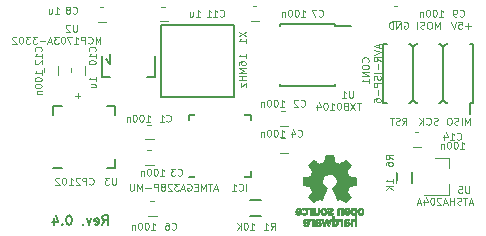
<source format=gbo>
G04 #@! TF.GenerationSoftware,KiCad,Pcbnew,no-vcs-found-996cba7~58~ubuntu16.04.1*
G04 #@! TF.CreationDate,2017-03-17T17:02:03+02:00*
G04 #@! TF.ProjectId,serial_gw,73657269616C5F67772E6B696361645F,rev?*
G04 #@! TF.FileFunction,Legend,Bot*
G04 #@! TF.FilePolarity,Positive*
%FSLAX46Y46*%
G04 Gerber Fmt 4.6, Leading zero omitted, Abs format (unit mm)*
G04 Created by KiCad (PCBNEW no-vcs-found-996cba7~58~ubuntu16.04.1) date Fri Mar 17 17:02:03 2017*
%MOMM*%
%LPD*%
G01*
G04 APERTURE LIST*
%ADD10C,0.100000*%
%ADD11C,0.120000*%
%ADD12C,0.140000*%
%ADD13C,0.150000*%
%ADD14C,0.010000*%
%ADD15R,1.750000X1.750000*%
%ADD16R,1.200000X5.500000*%
%ADD17R,1.700000X5.500000*%
%ADD18C,3.399740*%
%ADD19C,1.901140*%
%ADD20R,1.600000X1.150000*%
%ADD21R,1.150000X1.600000*%
%ADD22R,1.670000X2.900000*%
%ADD23R,2.125000X2.125000*%
%ADD24R,0.650000X1.100000*%
%ADD25R,1.100000X0.650000*%
%ADD26R,1.600000X1.300000*%
%ADD27R,1.850000X0.850000*%
%ADD28C,1.149300*%
%ADD29R,2.398980X3.399740*%
%ADD30R,1.400760X1.901140*%
%ADD31R,2.075000X2.075000*%
%ADD32O,0.700000X1.250000*%
%ADD33O,1.250000X0.700000*%
%ADD34R,1.300000X1.600000*%
%ADD35R,1.300000X1.200000*%
G04 APERTURE END LIST*
D10*
D11*
X81071428Y-81642857D02*
X81528571Y-81642857D01*
X81300000Y-81871428D02*
X81300000Y-81414285D01*
D12*
X83381619Y-92563904D02*
X83648285Y-92182952D01*
X83838761Y-92563904D02*
X83838761Y-91763904D01*
X83534000Y-91763904D01*
X83457809Y-91802000D01*
X83419714Y-91840095D01*
X83381619Y-91916285D01*
X83381619Y-92030571D01*
X83419714Y-92106761D01*
X83457809Y-92144857D01*
X83534000Y-92182952D01*
X83838761Y-92182952D01*
X82734000Y-92525809D02*
X82810190Y-92563904D01*
X82962571Y-92563904D01*
X83038761Y-92525809D01*
X83076857Y-92449619D01*
X83076857Y-92144857D01*
X83038761Y-92068666D01*
X82962571Y-92030571D01*
X82810190Y-92030571D01*
X82734000Y-92068666D01*
X82695904Y-92144857D01*
X82695904Y-92221047D01*
X83076857Y-92297238D01*
X82429238Y-92030571D02*
X82238761Y-92563904D01*
X82048285Y-92030571D01*
X81743523Y-92487714D02*
X81705428Y-92525809D01*
X81743523Y-92563904D01*
X81781619Y-92525809D01*
X81743523Y-92487714D01*
X81743523Y-92563904D01*
X80600666Y-91763904D02*
X80524476Y-91763904D01*
X80448285Y-91802000D01*
X80410190Y-91840095D01*
X80372095Y-91916285D01*
X80334000Y-92068666D01*
X80334000Y-92259142D01*
X80372095Y-92411523D01*
X80410190Y-92487714D01*
X80448285Y-92525809D01*
X80524476Y-92563904D01*
X80600666Y-92563904D01*
X80676857Y-92525809D01*
X80714952Y-92487714D01*
X80753047Y-92411523D01*
X80791142Y-92259142D01*
X80791142Y-92068666D01*
X80753047Y-91916285D01*
X80714952Y-91840095D01*
X80676857Y-91802000D01*
X80600666Y-91763904D01*
X79991142Y-92487714D02*
X79953047Y-92525809D01*
X79991142Y-92563904D01*
X80029238Y-92525809D01*
X79991142Y-92487714D01*
X79991142Y-92563904D01*
X79267333Y-92030571D02*
X79267333Y-92563904D01*
X79457809Y-91725809D02*
X79648285Y-92297238D01*
X79153047Y-92297238D01*
D11*
X108915142Y-75392000D02*
X108972285Y-75363428D01*
X109058000Y-75363428D01*
X109143714Y-75392000D01*
X109200857Y-75449142D01*
X109229428Y-75506285D01*
X109258000Y-75620571D01*
X109258000Y-75706285D01*
X109229428Y-75820571D01*
X109200857Y-75877714D01*
X109143714Y-75934857D01*
X109058000Y-75963428D01*
X109000857Y-75963428D01*
X108915142Y-75934857D01*
X108886571Y-75906285D01*
X108886571Y-75706285D01*
X109000857Y-75706285D01*
X108629428Y-75963428D02*
X108629428Y-75363428D01*
X108286571Y-75963428D01*
X108286571Y-75363428D01*
X108000857Y-75963428D02*
X108000857Y-75363428D01*
X107858000Y-75363428D01*
X107772285Y-75392000D01*
X107715142Y-75449142D01*
X107686571Y-75506285D01*
X107658000Y-75620571D01*
X107658000Y-75706285D01*
X107686571Y-75820571D01*
X107715142Y-75877714D01*
X107772285Y-75934857D01*
X107858000Y-75963428D01*
X108000857Y-75963428D01*
X111940857Y-75963428D02*
X111940857Y-75363428D01*
X111740857Y-75792000D01*
X111540857Y-75363428D01*
X111540857Y-75963428D01*
X111140857Y-75363428D02*
X111026571Y-75363428D01*
X110969428Y-75392000D01*
X110912285Y-75449142D01*
X110883714Y-75563428D01*
X110883714Y-75763428D01*
X110912285Y-75877714D01*
X110969428Y-75934857D01*
X111026571Y-75963428D01*
X111140857Y-75963428D01*
X111198000Y-75934857D01*
X111255142Y-75877714D01*
X111283714Y-75763428D01*
X111283714Y-75563428D01*
X111255142Y-75449142D01*
X111198000Y-75392000D01*
X111140857Y-75363428D01*
X110655142Y-75934857D02*
X110569428Y-75963428D01*
X110426571Y-75963428D01*
X110369428Y-75934857D01*
X110340857Y-75906285D01*
X110312285Y-75849142D01*
X110312285Y-75792000D01*
X110340857Y-75734857D01*
X110369428Y-75706285D01*
X110426571Y-75677714D01*
X110540857Y-75649142D01*
X110598000Y-75620571D01*
X110626571Y-75592000D01*
X110655142Y-75534857D01*
X110655142Y-75477714D01*
X110626571Y-75420571D01*
X110598000Y-75392000D01*
X110540857Y-75363428D01*
X110398000Y-75363428D01*
X110312285Y-75392000D01*
X110055142Y-75963428D02*
X110055142Y-75363428D01*
X114563428Y-75734857D02*
X114106285Y-75734857D01*
X114334857Y-75963428D02*
X114334857Y-75506285D01*
X113534857Y-75363428D02*
X113820571Y-75363428D01*
X113849142Y-75649142D01*
X113820571Y-75620571D01*
X113763428Y-75592000D01*
X113620571Y-75592000D01*
X113563428Y-75620571D01*
X113534857Y-75649142D01*
X113506285Y-75706285D01*
X113506285Y-75849142D01*
X113534857Y-75906285D01*
X113563428Y-75934857D01*
X113620571Y-75963428D01*
X113763428Y-75963428D01*
X113820571Y-75934857D01*
X113849142Y-75906285D01*
X113334857Y-75363428D02*
X113134857Y-75963428D01*
X112934857Y-75363428D01*
X114480857Y-84091428D02*
X114480857Y-83491428D01*
X114280857Y-83920000D01*
X114080857Y-83491428D01*
X114080857Y-84091428D01*
X113795142Y-84091428D02*
X113795142Y-83491428D01*
X113538000Y-84062857D02*
X113452285Y-84091428D01*
X113309428Y-84091428D01*
X113252285Y-84062857D01*
X113223714Y-84034285D01*
X113195142Y-83977142D01*
X113195142Y-83920000D01*
X113223714Y-83862857D01*
X113252285Y-83834285D01*
X113309428Y-83805714D01*
X113423714Y-83777142D01*
X113480857Y-83748571D01*
X113509428Y-83720000D01*
X113538000Y-83662857D01*
X113538000Y-83605714D01*
X113509428Y-83548571D01*
X113480857Y-83520000D01*
X113423714Y-83491428D01*
X113280857Y-83491428D01*
X113195142Y-83520000D01*
X112823714Y-83491428D02*
X112709428Y-83491428D01*
X112652285Y-83520000D01*
X112595142Y-83577142D01*
X112566571Y-83691428D01*
X112566571Y-83891428D01*
X112595142Y-84005714D01*
X112652285Y-84062857D01*
X112709428Y-84091428D01*
X112823714Y-84091428D01*
X112880857Y-84062857D01*
X112938000Y-84005714D01*
X112966571Y-83891428D01*
X112966571Y-83691428D01*
X112938000Y-83577142D01*
X112880857Y-83520000D01*
X112823714Y-83491428D01*
X111769428Y-84062857D02*
X111683714Y-84091428D01*
X111540857Y-84091428D01*
X111483714Y-84062857D01*
X111455142Y-84034285D01*
X111426571Y-83977142D01*
X111426571Y-83920000D01*
X111455142Y-83862857D01*
X111483714Y-83834285D01*
X111540857Y-83805714D01*
X111655142Y-83777142D01*
X111712285Y-83748571D01*
X111740857Y-83720000D01*
X111769428Y-83662857D01*
X111769428Y-83605714D01*
X111740857Y-83548571D01*
X111712285Y-83520000D01*
X111655142Y-83491428D01*
X111512285Y-83491428D01*
X111426571Y-83520000D01*
X110826571Y-84034285D02*
X110855142Y-84062857D01*
X110940857Y-84091428D01*
X110998000Y-84091428D01*
X111083714Y-84062857D01*
X111140857Y-84005714D01*
X111169428Y-83948571D01*
X111198000Y-83834285D01*
X111198000Y-83748571D01*
X111169428Y-83634285D01*
X111140857Y-83577142D01*
X111083714Y-83520000D01*
X110998000Y-83491428D01*
X110940857Y-83491428D01*
X110855142Y-83520000D01*
X110826571Y-83548571D01*
X110569428Y-84091428D02*
X110569428Y-83491428D01*
X110226571Y-84091428D02*
X110483714Y-83748571D01*
X110226571Y-83491428D02*
X110569428Y-83834285D01*
X108786571Y-84091428D02*
X108986571Y-83805714D01*
X109129428Y-84091428D02*
X109129428Y-83491428D01*
X108900857Y-83491428D01*
X108843714Y-83520000D01*
X108815142Y-83548571D01*
X108786571Y-83605714D01*
X108786571Y-83691428D01*
X108815142Y-83748571D01*
X108843714Y-83777142D01*
X108900857Y-83805714D01*
X109129428Y-83805714D01*
X108558000Y-84062857D02*
X108472285Y-84091428D01*
X108329428Y-84091428D01*
X108272285Y-84062857D01*
X108243714Y-84034285D01*
X108215142Y-83977142D01*
X108215142Y-83920000D01*
X108243714Y-83862857D01*
X108272285Y-83834285D01*
X108329428Y-83805714D01*
X108443714Y-83777142D01*
X108500857Y-83748571D01*
X108529428Y-83720000D01*
X108558000Y-83662857D01*
X108558000Y-83605714D01*
X108529428Y-83548571D01*
X108500857Y-83520000D01*
X108443714Y-83491428D01*
X108300857Y-83491428D01*
X108215142Y-83520000D01*
X108043714Y-83491428D02*
X107700857Y-83491428D01*
X107872285Y-84091428D02*
X107872285Y-83491428D01*
D13*
X88340000Y-75690000D02*
X94538800Y-75692000D01*
X88340000Y-81790000D02*
X88340000Y-75690000D01*
X94540000Y-81790000D02*
X88340000Y-81790000D01*
X94538800Y-75692000D02*
X94540000Y-81790000D01*
D14*
G36*
X104524759Y-91131184D02*
X104498247Y-91144282D01*
X104465553Y-91167106D01*
X104441725Y-91191996D01*
X104425406Y-91223249D01*
X104415240Y-91265166D01*
X104409872Y-91322044D01*
X104407944Y-91398184D01*
X104407831Y-91430917D01*
X104408161Y-91502656D01*
X104409527Y-91553927D01*
X104412500Y-91589404D01*
X104417649Y-91613763D01*
X104425543Y-91631680D01*
X104433757Y-91643902D01*
X104486187Y-91695905D01*
X104547930Y-91727184D01*
X104614536Y-91736592D01*
X104681558Y-91722980D01*
X104702792Y-91713354D01*
X104753624Y-91686859D01*
X104753624Y-92102052D01*
X104716525Y-92082868D01*
X104667643Y-92068025D01*
X104607561Y-92064222D01*
X104547564Y-92071243D01*
X104502256Y-92087013D01*
X104464675Y-92117047D01*
X104432564Y-92160024D01*
X104430150Y-92164436D01*
X104419967Y-92185221D01*
X104412530Y-92206170D01*
X104407411Y-92231548D01*
X104404181Y-92265618D01*
X104402413Y-92312641D01*
X104401677Y-92376882D01*
X104401544Y-92449176D01*
X104401544Y-92679822D01*
X104539861Y-92679822D01*
X104539861Y-92254533D01*
X104578549Y-92221979D01*
X104618738Y-92195940D01*
X104656797Y-92191205D01*
X104695066Y-92203389D01*
X104715462Y-92215320D01*
X104730642Y-92232313D01*
X104741438Y-92257995D01*
X104748683Y-92295991D01*
X104753208Y-92349926D01*
X104755844Y-92423425D01*
X104756772Y-92472347D01*
X104759911Y-92673535D01*
X104825926Y-92677336D01*
X104891940Y-92681136D01*
X104891940Y-91432650D01*
X104753624Y-91432650D01*
X104750097Y-91502254D01*
X104738215Y-91550569D01*
X104716020Y-91580631D01*
X104681559Y-91595471D01*
X104646742Y-91598436D01*
X104607329Y-91595028D01*
X104581171Y-91581617D01*
X104564814Y-91563896D01*
X104551937Y-91544835D01*
X104544272Y-91523601D01*
X104540861Y-91493849D01*
X104540749Y-91449236D01*
X104541897Y-91411880D01*
X104544532Y-91355604D01*
X104548456Y-91318658D01*
X104555063Y-91295223D01*
X104565749Y-91279480D01*
X104575833Y-91270380D01*
X104617970Y-91250537D01*
X104667840Y-91247332D01*
X104696476Y-91254168D01*
X104724828Y-91278464D01*
X104743609Y-91325728D01*
X104752712Y-91395624D01*
X104753624Y-91432650D01*
X104891940Y-91432650D01*
X104891940Y-91120614D01*
X104822782Y-91120614D01*
X104781260Y-91122256D01*
X104759838Y-91128087D01*
X104753626Y-91139461D01*
X104753624Y-91139798D01*
X104750742Y-91150938D01*
X104738030Y-91149673D01*
X104712757Y-91137433D01*
X104653869Y-91118707D01*
X104587615Y-91116739D01*
X104524759Y-91131184D01*
X104524759Y-91131184D01*
G37*
X104524759Y-91131184D02*
X104498247Y-91144282D01*
X104465553Y-91167106D01*
X104441725Y-91191996D01*
X104425406Y-91223249D01*
X104415240Y-91265166D01*
X104409872Y-91322044D01*
X104407944Y-91398184D01*
X104407831Y-91430917D01*
X104408161Y-91502656D01*
X104409527Y-91553927D01*
X104412500Y-91589404D01*
X104417649Y-91613763D01*
X104425543Y-91631680D01*
X104433757Y-91643902D01*
X104486187Y-91695905D01*
X104547930Y-91727184D01*
X104614536Y-91736592D01*
X104681558Y-91722980D01*
X104702792Y-91713354D01*
X104753624Y-91686859D01*
X104753624Y-92102052D01*
X104716525Y-92082868D01*
X104667643Y-92068025D01*
X104607561Y-92064222D01*
X104547564Y-92071243D01*
X104502256Y-92087013D01*
X104464675Y-92117047D01*
X104432564Y-92160024D01*
X104430150Y-92164436D01*
X104419967Y-92185221D01*
X104412530Y-92206170D01*
X104407411Y-92231548D01*
X104404181Y-92265618D01*
X104402413Y-92312641D01*
X104401677Y-92376882D01*
X104401544Y-92449176D01*
X104401544Y-92679822D01*
X104539861Y-92679822D01*
X104539861Y-92254533D01*
X104578549Y-92221979D01*
X104618738Y-92195940D01*
X104656797Y-92191205D01*
X104695066Y-92203389D01*
X104715462Y-92215320D01*
X104730642Y-92232313D01*
X104741438Y-92257995D01*
X104748683Y-92295991D01*
X104753208Y-92349926D01*
X104755844Y-92423425D01*
X104756772Y-92472347D01*
X104759911Y-92673535D01*
X104825926Y-92677336D01*
X104891940Y-92681136D01*
X104891940Y-91432650D01*
X104753624Y-91432650D01*
X104750097Y-91502254D01*
X104738215Y-91550569D01*
X104716020Y-91580631D01*
X104681559Y-91595471D01*
X104646742Y-91598436D01*
X104607329Y-91595028D01*
X104581171Y-91581617D01*
X104564814Y-91563896D01*
X104551937Y-91544835D01*
X104544272Y-91523601D01*
X104540861Y-91493849D01*
X104540749Y-91449236D01*
X104541897Y-91411880D01*
X104544532Y-91355604D01*
X104548456Y-91318658D01*
X104555063Y-91295223D01*
X104565749Y-91279480D01*
X104575833Y-91270380D01*
X104617970Y-91250537D01*
X104667840Y-91247332D01*
X104696476Y-91254168D01*
X104724828Y-91278464D01*
X104743609Y-91325728D01*
X104752712Y-91395624D01*
X104753624Y-91432650D01*
X104891940Y-91432650D01*
X104891940Y-91120614D01*
X104822782Y-91120614D01*
X104781260Y-91122256D01*
X104759838Y-91128087D01*
X104753626Y-91139461D01*
X104753624Y-91139798D01*
X104750742Y-91150938D01*
X104738030Y-91149673D01*
X104712757Y-91137433D01*
X104653869Y-91118707D01*
X104587615Y-91116739D01*
X104524759Y-91131184D01*
G36*
X104000210Y-92068555D02*
X103941055Y-92084339D01*
X103896023Y-92112948D01*
X103864246Y-92150419D01*
X103854366Y-92166411D01*
X103847073Y-92183163D01*
X103841974Y-92204592D01*
X103838679Y-92234616D01*
X103836797Y-92277154D01*
X103835937Y-92336122D01*
X103835707Y-92415440D01*
X103835703Y-92436484D01*
X103835703Y-92679822D01*
X103896059Y-92679822D01*
X103934557Y-92677126D01*
X103963023Y-92670295D01*
X103970155Y-92666083D01*
X103989652Y-92658813D01*
X104009566Y-92666083D01*
X104042353Y-92675160D01*
X104089978Y-92678813D01*
X104142764Y-92677228D01*
X104191036Y-92670589D01*
X104219218Y-92662072D01*
X104273753Y-92627063D01*
X104307835Y-92578479D01*
X104323157Y-92513882D01*
X104323299Y-92512223D01*
X104321955Y-92483566D01*
X104200356Y-92483566D01*
X104189726Y-92516161D01*
X104172410Y-92534505D01*
X104137652Y-92548379D01*
X104091773Y-92553917D01*
X104044988Y-92551191D01*
X104007514Y-92540274D01*
X103997015Y-92533269D01*
X103978668Y-92500904D01*
X103974020Y-92464111D01*
X103974020Y-92415763D01*
X104043582Y-92415763D01*
X104109667Y-92420850D01*
X104159764Y-92435263D01*
X104190929Y-92457729D01*
X104200356Y-92483566D01*
X104321955Y-92483566D01*
X104319987Y-92441647D01*
X104296710Y-92385845D01*
X104252948Y-92343647D01*
X104246899Y-92339808D01*
X104220907Y-92327309D01*
X104188735Y-92319740D01*
X104143760Y-92316061D01*
X104090331Y-92315216D01*
X103974020Y-92315169D01*
X103974020Y-92266411D01*
X103978953Y-92228581D01*
X103991543Y-92203236D01*
X103993017Y-92201887D01*
X104021034Y-92190800D01*
X104063326Y-92186503D01*
X104110064Y-92188615D01*
X104151418Y-92196756D01*
X104175957Y-92208965D01*
X104189253Y-92218746D01*
X104203294Y-92220613D01*
X104222671Y-92212600D01*
X104251976Y-92192739D01*
X104295803Y-92159063D01*
X104299825Y-92155909D01*
X104297764Y-92144236D01*
X104280568Y-92124822D01*
X104254433Y-92103248D01*
X104225552Y-92085096D01*
X104216478Y-92080809D01*
X104183380Y-92072256D01*
X104134880Y-92066155D01*
X104080695Y-92063708D01*
X104078161Y-92063703D01*
X104000210Y-92068555D01*
X104000210Y-92068555D01*
G37*
X104000210Y-92068555D02*
X103941055Y-92084339D01*
X103896023Y-92112948D01*
X103864246Y-92150419D01*
X103854366Y-92166411D01*
X103847073Y-92183163D01*
X103841974Y-92204592D01*
X103838679Y-92234616D01*
X103836797Y-92277154D01*
X103835937Y-92336122D01*
X103835707Y-92415440D01*
X103835703Y-92436484D01*
X103835703Y-92679822D01*
X103896059Y-92679822D01*
X103934557Y-92677126D01*
X103963023Y-92670295D01*
X103970155Y-92666083D01*
X103989652Y-92658813D01*
X104009566Y-92666083D01*
X104042353Y-92675160D01*
X104089978Y-92678813D01*
X104142764Y-92677228D01*
X104191036Y-92670589D01*
X104219218Y-92662072D01*
X104273753Y-92627063D01*
X104307835Y-92578479D01*
X104323157Y-92513882D01*
X104323299Y-92512223D01*
X104321955Y-92483566D01*
X104200356Y-92483566D01*
X104189726Y-92516161D01*
X104172410Y-92534505D01*
X104137652Y-92548379D01*
X104091773Y-92553917D01*
X104044988Y-92551191D01*
X104007514Y-92540274D01*
X103997015Y-92533269D01*
X103978668Y-92500904D01*
X103974020Y-92464111D01*
X103974020Y-92415763D01*
X104043582Y-92415763D01*
X104109667Y-92420850D01*
X104159764Y-92435263D01*
X104190929Y-92457729D01*
X104200356Y-92483566D01*
X104321955Y-92483566D01*
X104319987Y-92441647D01*
X104296710Y-92385845D01*
X104252948Y-92343647D01*
X104246899Y-92339808D01*
X104220907Y-92327309D01*
X104188735Y-92319740D01*
X104143760Y-92316061D01*
X104090331Y-92315216D01*
X103974020Y-92315169D01*
X103974020Y-92266411D01*
X103978953Y-92228581D01*
X103991543Y-92203236D01*
X103993017Y-92201887D01*
X104021034Y-92190800D01*
X104063326Y-92186503D01*
X104110064Y-92188615D01*
X104151418Y-92196756D01*
X104175957Y-92208965D01*
X104189253Y-92218746D01*
X104203294Y-92220613D01*
X104222671Y-92212600D01*
X104251976Y-92192739D01*
X104295803Y-92159063D01*
X104299825Y-92155909D01*
X104297764Y-92144236D01*
X104280568Y-92124822D01*
X104254433Y-92103248D01*
X104225552Y-92085096D01*
X104216478Y-92080809D01*
X104183380Y-92072256D01*
X104134880Y-92066155D01*
X104080695Y-92063708D01*
X104078161Y-92063703D01*
X104000210Y-92068555D01*
G36*
X103609356Y-92065020D02*
X103590539Y-92070660D01*
X103584473Y-92083053D01*
X103584218Y-92088647D01*
X103583129Y-92104230D01*
X103575632Y-92106676D01*
X103555381Y-92095993D01*
X103543351Y-92088694D01*
X103505400Y-92073063D01*
X103460072Y-92065334D01*
X103412544Y-92064740D01*
X103367995Y-92070513D01*
X103331602Y-92081884D01*
X103308543Y-92098088D01*
X103303996Y-92118355D01*
X103306291Y-92123843D01*
X103323020Y-92146626D01*
X103348963Y-92174647D01*
X103353655Y-92179177D01*
X103378383Y-92200005D01*
X103399718Y-92206735D01*
X103429555Y-92202038D01*
X103441508Y-92198917D01*
X103478705Y-92191421D01*
X103504859Y-92194792D01*
X103526946Y-92206681D01*
X103547178Y-92222635D01*
X103562079Y-92242700D01*
X103572434Y-92270702D01*
X103579029Y-92310467D01*
X103582649Y-92365823D01*
X103584078Y-92440594D01*
X103584218Y-92485740D01*
X103584218Y-92679822D01*
X103709960Y-92679822D01*
X103709960Y-92063683D01*
X103647089Y-92063683D01*
X103609356Y-92065020D01*
X103609356Y-92065020D01*
G37*
X103609356Y-92065020D02*
X103590539Y-92070660D01*
X103584473Y-92083053D01*
X103584218Y-92088647D01*
X103583129Y-92104230D01*
X103575632Y-92106676D01*
X103555381Y-92095993D01*
X103543351Y-92088694D01*
X103505400Y-92073063D01*
X103460072Y-92065334D01*
X103412544Y-92064740D01*
X103367995Y-92070513D01*
X103331602Y-92081884D01*
X103308543Y-92098088D01*
X103303996Y-92118355D01*
X103306291Y-92123843D01*
X103323020Y-92146626D01*
X103348963Y-92174647D01*
X103353655Y-92179177D01*
X103378383Y-92200005D01*
X103399718Y-92206735D01*
X103429555Y-92202038D01*
X103441508Y-92198917D01*
X103478705Y-92191421D01*
X103504859Y-92194792D01*
X103526946Y-92206681D01*
X103547178Y-92222635D01*
X103562079Y-92242700D01*
X103572434Y-92270702D01*
X103579029Y-92310467D01*
X103582649Y-92365823D01*
X103584078Y-92440594D01*
X103584218Y-92485740D01*
X103584218Y-92679822D01*
X103709960Y-92679822D01*
X103709960Y-92063683D01*
X103647089Y-92063683D01*
X103609356Y-92065020D01*
G36*
X102817188Y-92679822D02*
X102886346Y-92679822D01*
X102926488Y-92678645D01*
X102947394Y-92673772D01*
X102954922Y-92663186D01*
X102955505Y-92656029D01*
X102956774Y-92641676D01*
X102964779Y-92638923D01*
X102985815Y-92647771D01*
X103002173Y-92656029D01*
X103064977Y-92675597D01*
X103133248Y-92676729D01*
X103188752Y-92662135D01*
X103240438Y-92626877D01*
X103279838Y-92574835D01*
X103301413Y-92513450D01*
X103301962Y-92510018D01*
X103305167Y-92472571D01*
X103306761Y-92418813D01*
X103306633Y-92378155D01*
X103169279Y-92378155D01*
X103166097Y-92432194D01*
X103158859Y-92476735D01*
X103149060Y-92501888D01*
X103111989Y-92536260D01*
X103067974Y-92548582D01*
X103022584Y-92538618D01*
X102983797Y-92508895D01*
X102969108Y-92488905D01*
X102960519Y-92465050D01*
X102956496Y-92430230D01*
X102955505Y-92377930D01*
X102957278Y-92326139D01*
X102961963Y-92280634D01*
X102968603Y-92250181D01*
X102969710Y-92247452D01*
X102996491Y-92215000D01*
X103035579Y-92197183D01*
X103079315Y-92194306D01*
X103120038Y-92206674D01*
X103150087Y-92234593D01*
X103153204Y-92240148D01*
X103162961Y-92274022D01*
X103168277Y-92322728D01*
X103169279Y-92378155D01*
X103306633Y-92378155D01*
X103306568Y-92357540D01*
X103305664Y-92324563D01*
X103299514Y-92242981D01*
X103286733Y-92181730D01*
X103265471Y-92136449D01*
X103233878Y-92102779D01*
X103203207Y-92083014D01*
X103160354Y-92069120D01*
X103107056Y-92064354D01*
X103052480Y-92068236D01*
X103005792Y-92080282D01*
X102981124Y-92094693D01*
X102955505Y-92117878D01*
X102955505Y-91824773D01*
X102817188Y-91824773D01*
X102817188Y-92679822D01*
X102817188Y-92679822D01*
G37*
X102817188Y-92679822D02*
X102886346Y-92679822D01*
X102926488Y-92678645D01*
X102947394Y-92673772D01*
X102954922Y-92663186D01*
X102955505Y-92656029D01*
X102956774Y-92641676D01*
X102964779Y-92638923D01*
X102985815Y-92647771D01*
X103002173Y-92656029D01*
X103064977Y-92675597D01*
X103133248Y-92676729D01*
X103188752Y-92662135D01*
X103240438Y-92626877D01*
X103279838Y-92574835D01*
X103301413Y-92513450D01*
X103301962Y-92510018D01*
X103305167Y-92472571D01*
X103306761Y-92418813D01*
X103306633Y-92378155D01*
X103169279Y-92378155D01*
X103166097Y-92432194D01*
X103158859Y-92476735D01*
X103149060Y-92501888D01*
X103111989Y-92536260D01*
X103067974Y-92548582D01*
X103022584Y-92538618D01*
X102983797Y-92508895D01*
X102969108Y-92488905D01*
X102960519Y-92465050D01*
X102956496Y-92430230D01*
X102955505Y-92377930D01*
X102957278Y-92326139D01*
X102961963Y-92280634D01*
X102968603Y-92250181D01*
X102969710Y-92247452D01*
X102996491Y-92215000D01*
X103035579Y-92197183D01*
X103079315Y-92194306D01*
X103120038Y-92206674D01*
X103150087Y-92234593D01*
X103153204Y-92240148D01*
X103162961Y-92274022D01*
X103168277Y-92322728D01*
X103169279Y-92378155D01*
X103306633Y-92378155D01*
X103306568Y-92357540D01*
X103305664Y-92324563D01*
X103299514Y-92242981D01*
X103286733Y-92181730D01*
X103265471Y-92136449D01*
X103233878Y-92102779D01*
X103203207Y-92083014D01*
X103160354Y-92069120D01*
X103107056Y-92064354D01*
X103052480Y-92068236D01*
X103005792Y-92080282D01*
X102981124Y-92094693D01*
X102955505Y-92117878D01*
X102955505Y-91824773D01*
X102817188Y-91824773D01*
X102817188Y-92679822D01*
G36*
X102334476Y-92066237D02*
X102284745Y-92069971D01*
X102154709Y-92459773D01*
X102134322Y-92390614D01*
X102122054Y-92347874D01*
X102105915Y-92290115D01*
X102088488Y-92226625D01*
X102079274Y-92192570D01*
X102044612Y-92063683D01*
X101901609Y-92063683D01*
X101944354Y-92198857D01*
X101965404Y-92265342D01*
X101990833Y-92345539D01*
X102017390Y-92429193D01*
X102041098Y-92503782D01*
X102095098Y-92673535D01*
X102153402Y-92677328D01*
X102211705Y-92681122D01*
X102243321Y-92576734D01*
X102262818Y-92511889D01*
X102284096Y-92440400D01*
X102302692Y-92377263D01*
X102303426Y-92374750D01*
X102317316Y-92331969D01*
X102329571Y-92302779D01*
X102338154Y-92291741D01*
X102339918Y-92293018D01*
X102346109Y-92310130D01*
X102357872Y-92346787D01*
X102373775Y-92398378D01*
X102392386Y-92460294D01*
X102402457Y-92494352D01*
X102456993Y-92679822D01*
X102572736Y-92679822D01*
X102665263Y-92387471D01*
X102691256Y-92305462D01*
X102714934Y-92230987D01*
X102735180Y-92167544D01*
X102750874Y-92118632D01*
X102760898Y-92087749D01*
X102763945Y-92078726D01*
X102761533Y-92069487D01*
X102742592Y-92065441D01*
X102703177Y-92065846D01*
X102697007Y-92066152D01*
X102623914Y-92069971D01*
X102576043Y-92246010D01*
X102558447Y-92310211D01*
X102542723Y-92366649D01*
X102530254Y-92410422D01*
X102522426Y-92436630D01*
X102520980Y-92440903D01*
X102514986Y-92435990D01*
X102502899Y-92410532D01*
X102486107Y-92367997D01*
X102465997Y-92311850D01*
X102448997Y-92261130D01*
X102384206Y-92062504D01*
X102334476Y-92066237D01*
X102334476Y-92066237D01*
G37*
X102334476Y-92066237D02*
X102284745Y-92069971D01*
X102154709Y-92459773D01*
X102134322Y-92390614D01*
X102122054Y-92347874D01*
X102105915Y-92290115D01*
X102088488Y-92226625D01*
X102079274Y-92192570D01*
X102044612Y-92063683D01*
X101901609Y-92063683D01*
X101944354Y-92198857D01*
X101965404Y-92265342D01*
X101990833Y-92345539D01*
X102017390Y-92429193D01*
X102041098Y-92503782D01*
X102095098Y-92673535D01*
X102153402Y-92677328D01*
X102211705Y-92681122D01*
X102243321Y-92576734D01*
X102262818Y-92511889D01*
X102284096Y-92440400D01*
X102302692Y-92377263D01*
X102303426Y-92374750D01*
X102317316Y-92331969D01*
X102329571Y-92302779D01*
X102338154Y-92291741D01*
X102339918Y-92293018D01*
X102346109Y-92310130D01*
X102357872Y-92346787D01*
X102373775Y-92398378D01*
X102392386Y-92460294D01*
X102402457Y-92494352D01*
X102456993Y-92679822D01*
X102572736Y-92679822D01*
X102665263Y-92387471D01*
X102691256Y-92305462D01*
X102714934Y-92230987D01*
X102735180Y-92167544D01*
X102750874Y-92118632D01*
X102760898Y-92087749D01*
X102763945Y-92078726D01*
X102761533Y-92069487D01*
X102742592Y-92065441D01*
X102703177Y-92065846D01*
X102697007Y-92066152D01*
X102623914Y-92069971D01*
X102576043Y-92246010D01*
X102558447Y-92310211D01*
X102542723Y-92366649D01*
X102530254Y-92410422D01*
X102522426Y-92436630D01*
X102520980Y-92440903D01*
X102514986Y-92435990D01*
X102502899Y-92410532D01*
X102486107Y-92367997D01*
X102465997Y-92311850D01*
X102448997Y-92261130D01*
X102384206Y-92062504D01*
X102334476Y-92066237D01*
G36*
X101577589Y-92067417D02*
X101524589Y-92080290D01*
X101509269Y-92087110D01*
X101479572Y-92104974D01*
X101456780Y-92125093D01*
X101439917Y-92150962D01*
X101428002Y-92186073D01*
X101420058Y-92233920D01*
X101415106Y-92297996D01*
X101412169Y-92381794D01*
X101411053Y-92437768D01*
X101406948Y-92679822D01*
X101477068Y-92679822D01*
X101519607Y-92678038D01*
X101541524Y-92671942D01*
X101547188Y-92661706D01*
X101550179Y-92650637D01*
X101563549Y-92652754D01*
X101581767Y-92661629D01*
X101627376Y-92675233D01*
X101685993Y-92678899D01*
X101747646Y-92672903D01*
X101802362Y-92657521D01*
X101807270Y-92655386D01*
X101857277Y-92620255D01*
X101890244Y-92571419D01*
X101905413Y-92514333D01*
X101904254Y-92493824D01*
X101780492Y-92493824D01*
X101769587Y-92521425D01*
X101737255Y-92541204D01*
X101685090Y-92551819D01*
X101657213Y-92553228D01*
X101610753Y-92549620D01*
X101579871Y-92535597D01*
X101572336Y-92528931D01*
X101551924Y-92492666D01*
X101547188Y-92459773D01*
X101547188Y-92415763D01*
X101608487Y-92415763D01*
X101679744Y-92419395D01*
X101729724Y-92430818D01*
X101761304Y-92450824D01*
X101768374Y-92459743D01*
X101780492Y-92493824D01*
X101904254Y-92493824D01*
X101902029Y-92454456D01*
X101879337Y-92397244D01*
X101848376Y-92358580D01*
X101829624Y-92341864D01*
X101811267Y-92330878D01*
X101787381Y-92324180D01*
X101752043Y-92320326D01*
X101699331Y-92317873D01*
X101678423Y-92317168D01*
X101547188Y-92312879D01*
X101547380Y-92273158D01*
X101552463Y-92231405D01*
X101570838Y-92206158D01*
X101607961Y-92190030D01*
X101608957Y-92189742D01*
X101661590Y-92183400D01*
X101713094Y-92191684D01*
X101751370Y-92211827D01*
X101766728Y-92221773D01*
X101783270Y-92220397D01*
X101808725Y-92205987D01*
X101823672Y-92195817D01*
X101852909Y-92174088D01*
X101871020Y-92157800D01*
X101873926Y-92153137D01*
X101861960Y-92129005D01*
X101826604Y-92100185D01*
X101811247Y-92090461D01*
X101767099Y-92073714D01*
X101707602Y-92064227D01*
X101641513Y-92062095D01*
X101577589Y-92067417D01*
X101577589Y-92067417D01*
G37*
X101577589Y-92067417D02*
X101524589Y-92080290D01*
X101509269Y-92087110D01*
X101479572Y-92104974D01*
X101456780Y-92125093D01*
X101439917Y-92150962D01*
X101428002Y-92186073D01*
X101420058Y-92233920D01*
X101415106Y-92297996D01*
X101412169Y-92381794D01*
X101411053Y-92437768D01*
X101406948Y-92679822D01*
X101477068Y-92679822D01*
X101519607Y-92678038D01*
X101541524Y-92671942D01*
X101547188Y-92661706D01*
X101550179Y-92650637D01*
X101563549Y-92652754D01*
X101581767Y-92661629D01*
X101627376Y-92675233D01*
X101685993Y-92678899D01*
X101747646Y-92672903D01*
X101802362Y-92657521D01*
X101807270Y-92655386D01*
X101857277Y-92620255D01*
X101890244Y-92571419D01*
X101905413Y-92514333D01*
X101904254Y-92493824D01*
X101780492Y-92493824D01*
X101769587Y-92521425D01*
X101737255Y-92541204D01*
X101685090Y-92551819D01*
X101657213Y-92553228D01*
X101610753Y-92549620D01*
X101579871Y-92535597D01*
X101572336Y-92528931D01*
X101551924Y-92492666D01*
X101547188Y-92459773D01*
X101547188Y-92415763D01*
X101608487Y-92415763D01*
X101679744Y-92419395D01*
X101729724Y-92430818D01*
X101761304Y-92450824D01*
X101768374Y-92459743D01*
X101780492Y-92493824D01*
X101904254Y-92493824D01*
X101902029Y-92454456D01*
X101879337Y-92397244D01*
X101848376Y-92358580D01*
X101829624Y-92341864D01*
X101811267Y-92330878D01*
X101787381Y-92324180D01*
X101752043Y-92320326D01*
X101699331Y-92317873D01*
X101678423Y-92317168D01*
X101547188Y-92312879D01*
X101547380Y-92273158D01*
X101552463Y-92231405D01*
X101570838Y-92206158D01*
X101607961Y-92190030D01*
X101608957Y-92189742D01*
X101661590Y-92183400D01*
X101713094Y-92191684D01*
X101751370Y-92211827D01*
X101766728Y-92221773D01*
X101783270Y-92220397D01*
X101808725Y-92205987D01*
X101823672Y-92195817D01*
X101852909Y-92174088D01*
X101871020Y-92157800D01*
X101873926Y-92153137D01*
X101861960Y-92129005D01*
X101826604Y-92100185D01*
X101811247Y-92090461D01*
X101767099Y-92073714D01*
X101707602Y-92064227D01*
X101641513Y-92062095D01*
X101577589Y-92067417D01*
G36*
X100980745Y-92063486D02*
X100932405Y-92073015D01*
X100904886Y-92087125D01*
X100875936Y-92110568D01*
X100917124Y-92162571D01*
X100942518Y-92194064D01*
X100959762Y-92209428D01*
X100976898Y-92211776D01*
X101001973Y-92204217D01*
X101013743Y-92199941D01*
X101061730Y-92193631D01*
X101105676Y-92207156D01*
X101137940Y-92237710D01*
X101143181Y-92247452D01*
X101148888Y-92273258D01*
X101153294Y-92320817D01*
X101156189Y-92386758D01*
X101157369Y-92467710D01*
X101157386Y-92479226D01*
X101157386Y-92679822D01*
X101295703Y-92679822D01*
X101295703Y-92063683D01*
X101226544Y-92063683D01*
X101186667Y-92064725D01*
X101165893Y-92069358D01*
X101158211Y-92079849D01*
X101157386Y-92089745D01*
X101157386Y-92115806D01*
X101124255Y-92089745D01*
X101086265Y-92071965D01*
X101035230Y-92063174D01*
X100980745Y-92063486D01*
X100980745Y-92063486D01*
G37*
X100980745Y-92063486D02*
X100932405Y-92073015D01*
X100904886Y-92087125D01*
X100875936Y-92110568D01*
X100917124Y-92162571D01*
X100942518Y-92194064D01*
X100959762Y-92209428D01*
X100976898Y-92211776D01*
X101001973Y-92204217D01*
X101013743Y-92199941D01*
X101061730Y-92193631D01*
X101105676Y-92207156D01*
X101137940Y-92237710D01*
X101143181Y-92247452D01*
X101148888Y-92273258D01*
X101153294Y-92320817D01*
X101156189Y-92386758D01*
X101157369Y-92467710D01*
X101157386Y-92479226D01*
X101157386Y-92679822D01*
X101295703Y-92679822D01*
X101295703Y-92063683D01*
X101226544Y-92063683D01*
X101186667Y-92064725D01*
X101165893Y-92069358D01*
X101158211Y-92079849D01*
X101157386Y-92089745D01*
X101157386Y-92115806D01*
X101124255Y-92089745D01*
X101086265Y-92071965D01*
X101035230Y-92063174D01*
X100980745Y-92063486D01*
G36*
X100583419Y-92066970D02*
X100523315Y-92082597D01*
X100472979Y-92114848D01*
X100448607Y-92138940D01*
X100408655Y-92195895D01*
X100385758Y-92261965D01*
X100377892Y-92343182D01*
X100377852Y-92349748D01*
X100377782Y-92415763D01*
X100757736Y-92415763D01*
X100749637Y-92450342D01*
X100735013Y-92481659D01*
X100709419Y-92514291D01*
X100704065Y-92519500D01*
X100658057Y-92547694D01*
X100605590Y-92552475D01*
X100545197Y-92533926D01*
X100534960Y-92528931D01*
X100503561Y-92513745D01*
X100482530Y-92505094D01*
X100478861Y-92504293D01*
X100466052Y-92512063D01*
X100441622Y-92531072D01*
X100429221Y-92541460D01*
X100403524Y-92565321D01*
X100395085Y-92581077D01*
X100400942Y-92595571D01*
X100404072Y-92599534D01*
X100425275Y-92616879D01*
X100460262Y-92637959D01*
X100484663Y-92650265D01*
X100553928Y-92671946D01*
X100630612Y-92678971D01*
X100703235Y-92670647D01*
X100723574Y-92664686D01*
X100786524Y-92630952D01*
X100833185Y-92579045D01*
X100863827Y-92508459D01*
X100878718Y-92418692D01*
X100880353Y-92371753D01*
X100875579Y-92303413D01*
X100755010Y-92303413D01*
X100743348Y-92308465D01*
X100712002Y-92312429D01*
X100666429Y-92314768D01*
X100635554Y-92315169D01*
X100580019Y-92314783D01*
X100544967Y-92312975D01*
X100525738Y-92308773D01*
X100517670Y-92301203D01*
X100516099Y-92290218D01*
X100526879Y-92256381D01*
X100554020Y-92222940D01*
X100589723Y-92197272D01*
X100625440Y-92186772D01*
X100673952Y-92196086D01*
X100715947Y-92223013D01*
X100745064Y-92261827D01*
X100755010Y-92303413D01*
X100875579Y-92303413D01*
X100873401Y-92272236D01*
X100851945Y-92192949D01*
X100815530Y-92133263D01*
X100763703Y-92092549D01*
X100696010Y-92070179D01*
X100659338Y-92065871D01*
X100583419Y-92066970D01*
X100583419Y-92066970D01*
G37*
X100583419Y-92066970D02*
X100523315Y-92082597D01*
X100472979Y-92114848D01*
X100448607Y-92138940D01*
X100408655Y-92195895D01*
X100385758Y-92261965D01*
X100377892Y-92343182D01*
X100377852Y-92349748D01*
X100377782Y-92415763D01*
X100757736Y-92415763D01*
X100749637Y-92450342D01*
X100735013Y-92481659D01*
X100709419Y-92514291D01*
X100704065Y-92519500D01*
X100658057Y-92547694D01*
X100605590Y-92552475D01*
X100545197Y-92533926D01*
X100534960Y-92528931D01*
X100503561Y-92513745D01*
X100482530Y-92505094D01*
X100478861Y-92504293D01*
X100466052Y-92512063D01*
X100441622Y-92531072D01*
X100429221Y-92541460D01*
X100403524Y-92565321D01*
X100395085Y-92581077D01*
X100400942Y-92595571D01*
X100404072Y-92599534D01*
X100425275Y-92616879D01*
X100460262Y-92637959D01*
X100484663Y-92650265D01*
X100553928Y-92671946D01*
X100630612Y-92678971D01*
X100703235Y-92670647D01*
X100723574Y-92664686D01*
X100786524Y-92630952D01*
X100833185Y-92579045D01*
X100863827Y-92508459D01*
X100878718Y-92418692D01*
X100880353Y-92371753D01*
X100875579Y-92303413D01*
X100755010Y-92303413D01*
X100743348Y-92308465D01*
X100712002Y-92312429D01*
X100666429Y-92314768D01*
X100635554Y-92315169D01*
X100580019Y-92314783D01*
X100544967Y-92312975D01*
X100525738Y-92308773D01*
X100517670Y-92301203D01*
X100516099Y-92290218D01*
X100526879Y-92256381D01*
X100554020Y-92222940D01*
X100589723Y-92197272D01*
X100625440Y-92186772D01*
X100673952Y-92196086D01*
X100715947Y-92223013D01*
X100745064Y-92261827D01*
X100755010Y-92303413D01*
X100875579Y-92303413D01*
X100873401Y-92272236D01*
X100851945Y-92192949D01*
X100815530Y-92133263D01*
X100763703Y-92092549D01*
X100696010Y-92070179D01*
X100659338Y-92065871D01*
X100583419Y-92066970D01*
G36*
X105154261Y-91127148D02*
X105088479Y-91156231D01*
X105038540Y-91204793D01*
X105004374Y-91272908D01*
X104985907Y-91360651D01*
X104984583Y-91374351D01*
X104983546Y-91470939D01*
X104996993Y-91555602D01*
X105024108Y-91624221D01*
X105038627Y-91646294D01*
X105089201Y-91693011D01*
X105153609Y-91723268D01*
X105225666Y-91735824D01*
X105299185Y-91729439D01*
X105355072Y-91709772D01*
X105403132Y-91676629D01*
X105442412Y-91633175D01*
X105443092Y-91632158D01*
X105459044Y-91605338D01*
X105469410Y-91578368D01*
X105475688Y-91544332D01*
X105479373Y-91496310D01*
X105480997Y-91456931D01*
X105481672Y-91421219D01*
X105355955Y-91421219D01*
X105354726Y-91456770D01*
X105350266Y-91504094D01*
X105342397Y-91534465D01*
X105328207Y-91556072D01*
X105314917Y-91568694D01*
X105267802Y-91595122D01*
X105218505Y-91598653D01*
X105172593Y-91579639D01*
X105149638Y-91558331D01*
X105133096Y-91536859D01*
X105123421Y-91516313D01*
X105119174Y-91489574D01*
X105118920Y-91449523D01*
X105120228Y-91412638D01*
X105123043Y-91359947D01*
X105127505Y-91325772D01*
X105135548Y-91303480D01*
X105149103Y-91286442D01*
X105159845Y-91276703D01*
X105204777Y-91251123D01*
X105253249Y-91249847D01*
X105293894Y-91264999D01*
X105328567Y-91296642D01*
X105349224Y-91348620D01*
X105355955Y-91421219D01*
X105481672Y-91421219D01*
X105482479Y-91378621D01*
X105479948Y-91320056D01*
X105472362Y-91276007D01*
X105458681Y-91241248D01*
X105437865Y-91210551D01*
X105430147Y-91201436D01*
X105381889Y-91156021D01*
X105330128Y-91129493D01*
X105266828Y-91118379D01*
X105235961Y-91117471D01*
X105154261Y-91127148D01*
X105154261Y-91127148D01*
G37*
X105154261Y-91127148D02*
X105088479Y-91156231D01*
X105038540Y-91204793D01*
X105004374Y-91272908D01*
X104985907Y-91360651D01*
X104984583Y-91374351D01*
X104983546Y-91470939D01*
X104996993Y-91555602D01*
X105024108Y-91624221D01*
X105038627Y-91646294D01*
X105089201Y-91693011D01*
X105153609Y-91723268D01*
X105225666Y-91735824D01*
X105299185Y-91729439D01*
X105355072Y-91709772D01*
X105403132Y-91676629D01*
X105442412Y-91633175D01*
X105443092Y-91632158D01*
X105459044Y-91605338D01*
X105469410Y-91578368D01*
X105475688Y-91544332D01*
X105479373Y-91496310D01*
X105480997Y-91456931D01*
X105481672Y-91421219D01*
X105355955Y-91421219D01*
X105354726Y-91456770D01*
X105350266Y-91504094D01*
X105342397Y-91534465D01*
X105328207Y-91556072D01*
X105314917Y-91568694D01*
X105267802Y-91595122D01*
X105218505Y-91598653D01*
X105172593Y-91579639D01*
X105149638Y-91558331D01*
X105133096Y-91536859D01*
X105123421Y-91516313D01*
X105119174Y-91489574D01*
X105118920Y-91449523D01*
X105120228Y-91412638D01*
X105123043Y-91359947D01*
X105127505Y-91325772D01*
X105135548Y-91303480D01*
X105149103Y-91286442D01*
X105159845Y-91276703D01*
X105204777Y-91251123D01*
X105253249Y-91249847D01*
X105293894Y-91264999D01*
X105328567Y-91296642D01*
X105349224Y-91348620D01*
X105355955Y-91421219D01*
X105481672Y-91421219D01*
X105482479Y-91378621D01*
X105479948Y-91320056D01*
X105472362Y-91276007D01*
X105458681Y-91241248D01*
X105437865Y-91210551D01*
X105430147Y-91201436D01*
X105381889Y-91156021D01*
X105330128Y-91129493D01*
X105266828Y-91118379D01*
X105235961Y-91117471D01*
X105154261Y-91127148D01*
G36*
X103972699Y-91134614D02*
X103960168Y-91140514D01*
X103916799Y-91172283D01*
X103875790Y-91218646D01*
X103845168Y-91269696D01*
X103836459Y-91293166D01*
X103828512Y-91335091D01*
X103823774Y-91385757D01*
X103823199Y-91406679D01*
X103823129Y-91472693D01*
X104203083Y-91472693D01*
X104194983Y-91507273D01*
X104175104Y-91548170D01*
X104140347Y-91583514D01*
X104098998Y-91606282D01*
X104072649Y-91611010D01*
X104036916Y-91605273D01*
X103994282Y-91590882D01*
X103979799Y-91584262D01*
X103926240Y-91557513D01*
X103880533Y-91592376D01*
X103854158Y-91615955D01*
X103840124Y-91635417D01*
X103839414Y-91641129D01*
X103851951Y-91654973D01*
X103879428Y-91676012D01*
X103904366Y-91692425D01*
X103971664Y-91721930D01*
X104047110Y-91735284D01*
X104121888Y-91731812D01*
X104181495Y-91713663D01*
X104242941Y-91674784D01*
X104286608Y-91623595D01*
X104313926Y-91557367D01*
X104326322Y-91473371D01*
X104327421Y-91434936D01*
X104323022Y-91346861D01*
X104322482Y-91344299D01*
X104196582Y-91344299D01*
X104193115Y-91352558D01*
X104178863Y-91357113D01*
X104149470Y-91359065D01*
X104100575Y-91359517D01*
X104081748Y-91359525D01*
X104024467Y-91358843D01*
X103988141Y-91356364D01*
X103968604Y-91351443D01*
X103961690Y-91343434D01*
X103961445Y-91340862D01*
X103969336Y-91320423D01*
X103989085Y-91291789D01*
X103997575Y-91281763D01*
X104029094Y-91253408D01*
X104061949Y-91242259D01*
X104079651Y-91241327D01*
X104127539Y-91252981D01*
X104167699Y-91284285D01*
X104193173Y-91329752D01*
X104193625Y-91331233D01*
X104196582Y-91344299D01*
X104322482Y-91344299D01*
X104308392Y-91277510D01*
X104282038Y-91222025D01*
X104249807Y-91182639D01*
X104190217Y-91139931D01*
X104120168Y-91117109D01*
X104045661Y-91115046D01*
X103972699Y-91134614D01*
X103972699Y-91134614D01*
G37*
X103972699Y-91134614D02*
X103960168Y-91140514D01*
X103916799Y-91172283D01*
X103875790Y-91218646D01*
X103845168Y-91269696D01*
X103836459Y-91293166D01*
X103828512Y-91335091D01*
X103823774Y-91385757D01*
X103823199Y-91406679D01*
X103823129Y-91472693D01*
X104203083Y-91472693D01*
X104194983Y-91507273D01*
X104175104Y-91548170D01*
X104140347Y-91583514D01*
X104098998Y-91606282D01*
X104072649Y-91611010D01*
X104036916Y-91605273D01*
X103994282Y-91590882D01*
X103979799Y-91584262D01*
X103926240Y-91557513D01*
X103880533Y-91592376D01*
X103854158Y-91615955D01*
X103840124Y-91635417D01*
X103839414Y-91641129D01*
X103851951Y-91654973D01*
X103879428Y-91676012D01*
X103904366Y-91692425D01*
X103971664Y-91721930D01*
X104047110Y-91735284D01*
X104121888Y-91731812D01*
X104181495Y-91713663D01*
X104242941Y-91674784D01*
X104286608Y-91623595D01*
X104313926Y-91557367D01*
X104326322Y-91473371D01*
X104327421Y-91434936D01*
X104323022Y-91346861D01*
X104322482Y-91344299D01*
X104196582Y-91344299D01*
X104193115Y-91352558D01*
X104178863Y-91357113D01*
X104149470Y-91359065D01*
X104100575Y-91359517D01*
X104081748Y-91359525D01*
X104024467Y-91358843D01*
X103988141Y-91356364D01*
X103968604Y-91351443D01*
X103961690Y-91343434D01*
X103961445Y-91340862D01*
X103969336Y-91320423D01*
X103989085Y-91291789D01*
X103997575Y-91281763D01*
X104029094Y-91253408D01*
X104061949Y-91242259D01*
X104079651Y-91241327D01*
X104127539Y-91252981D01*
X104167699Y-91284285D01*
X104193173Y-91329752D01*
X104193625Y-91331233D01*
X104196582Y-91344299D01*
X104322482Y-91344299D01*
X104308392Y-91277510D01*
X104282038Y-91222025D01*
X104249807Y-91182639D01*
X104190217Y-91139931D01*
X104120168Y-91117109D01*
X104045661Y-91115046D01*
X103972699Y-91134614D01*
G36*
X102601983Y-91118452D02*
X102554366Y-91127482D01*
X102504966Y-91146370D01*
X102499688Y-91148777D01*
X102462226Y-91168476D01*
X102436283Y-91186781D01*
X102427897Y-91198508D01*
X102435883Y-91217632D01*
X102455280Y-91245850D01*
X102463890Y-91256384D01*
X102499372Y-91297847D01*
X102545115Y-91270858D01*
X102588650Y-91252878D01*
X102638950Y-91243267D01*
X102687188Y-91242660D01*
X102724533Y-91251691D01*
X102733495Y-91257327D01*
X102750563Y-91283171D01*
X102752637Y-91312941D01*
X102739866Y-91336197D01*
X102732312Y-91340708D01*
X102709675Y-91346309D01*
X102669885Y-91352892D01*
X102620834Y-91359183D01*
X102611785Y-91360170D01*
X102533004Y-91373798D01*
X102475864Y-91396946D01*
X102437970Y-91431752D01*
X102416921Y-91480354D01*
X102410365Y-91539718D01*
X102419423Y-91607198D01*
X102448836Y-91660188D01*
X102498722Y-91698783D01*
X102569200Y-91723081D01*
X102647435Y-91732667D01*
X102711234Y-91732552D01*
X102762984Y-91723845D01*
X102798327Y-91711825D01*
X102842983Y-91690880D01*
X102884253Y-91666574D01*
X102898921Y-91655876D01*
X102936643Y-91625084D01*
X102891148Y-91579049D01*
X102845653Y-91533013D01*
X102793928Y-91567243D01*
X102742048Y-91592952D01*
X102686649Y-91606399D01*
X102633395Y-91607818D01*
X102587951Y-91597443D01*
X102555984Y-91575507D01*
X102545662Y-91556998D01*
X102547211Y-91527314D01*
X102572860Y-91504615D01*
X102622540Y-91488940D01*
X102676969Y-91481695D01*
X102760736Y-91467873D01*
X102822967Y-91441796D01*
X102864493Y-91402699D01*
X102886147Y-91349820D01*
X102889147Y-91287126D01*
X102874329Y-91221642D01*
X102840546Y-91172144D01*
X102787495Y-91138408D01*
X102714874Y-91120207D01*
X102661072Y-91116639D01*
X102601983Y-91118452D01*
X102601983Y-91118452D01*
G37*
X102601983Y-91118452D02*
X102554366Y-91127482D01*
X102504966Y-91146370D01*
X102499688Y-91148777D01*
X102462226Y-91168476D01*
X102436283Y-91186781D01*
X102427897Y-91198508D01*
X102435883Y-91217632D01*
X102455280Y-91245850D01*
X102463890Y-91256384D01*
X102499372Y-91297847D01*
X102545115Y-91270858D01*
X102588650Y-91252878D01*
X102638950Y-91243267D01*
X102687188Y-91242660D01*
X102724533Y-91251691D01*
X102733495Y-91257327D01*
X102750563Y-91283171D01*
X102752637Y-91312941D01*
X102739866Y-91336197D01*
X102732312Y-91340708D01*
X102709675Y-91346309D01*
X102669885Y-91352892D01*
X102620834Y-91359183D01*
X102611785Y-91360170D01*
X102533004Y-91373798D01*
X102475864Y-91396946D01*
X102437970Y-91431752D01*
X102416921Y-91480354D01*
X102410365Y-91539718D01*
X102419423Y-91607198D01*
X102448836Y-91660188D01*
X102498722Y-91698783D01*
X102569200Y-91723081D01*
X102647435Y-91732667D01*
X102711234Y-91732552D01*
X102762984Y-91723845D01*
X102798327Y-91711825D01*
X102842983Y-91690880D01*
X102884253Y-91666574D01*
X102898921Y-91655876D01*
X102936643Y-91625084D01*
X102891148Y-91579049D01*
X102845653Y-91533013D01*
X102793928Y-91567243D01*
X102742048Y-91592952D01*
X102686649Y-91606399D01*
X102633395Y-91607818D01*
X102587951Y-91597443D01*
X102555984Y-91575507D01*
X102545662Y-91556998D01*
X102547211Y-91527314D01*
X102572860Y-91504615D01*
X102622540Y-91488940D01*
X102676969Y-91481695D01*
X102760736Y-91467873D01*
X102822967Y-91441796D01*
X102864493Y-91402699D01*
X102886147Y-91349820D01*
X102889147Y-91287126D01*
X102874329Y-91221642D01*
X102840546Y-91172144D01*
X102787495Y-91138408D01*
X102714874Y-91120207D01*
X102661072Y-91116639D01*
X102601983Y-91118452D01*
G36*
X102005238Y-91128055D02*
X101941637Y-91162692D01*
X101891877Y-91217372D01*
X101868432Y-91261842D01*
X101858366Y-91301121D01*
X101851844Y-91357116D01*
X101849049Y-91421621D01*
X101850164Y-91486429D01*
X101855374Y-91543334D01*
X101861459Y-91573727D01*
X101881986Y-91615306D01*
X101917537Y-91659468D01*
X101960381Y-91698087D01*
X102002789Y-91723034D01*
X102003823Y-91723430D01*
X102056447Y-91734331D01*
X102118812Y-91734601D01*
X102178076Y-91724676D01*
X102200960Y-91716722D01*
X102259898Y-91683300D01*
X102302110Y-91639511D01*
X102329844Y-91581538D01*
X102345349Y-91505565D01*
X102348857Y-91465771D01*
X102348410Y-91415766D01*
X102213624Y-91415766D01*
X102209083Y-91488732D01*
X102196014Y-91544334D01*
X102175244Y-91579861D01*
X102160448Y-91590020D01*
X102122536Y-91597104D01*
X102077473Y-91595007D01*
X102038513Y-91584812D01*
X102028296Y-91579204D01*
X102001341Y-91546538D01*
X101983549Y-91496545D01*
X101975976Y-91435705D01*
X101979675Y-91370497D01*
X101987943Y-91331253D01*
X102011680Y-91285805D01*
X102049151Y-91257396D01*
X102094280Y-91247573D01*
X102140989Y-91257887D01*
X102176868Y-91283112D01*
X102195723Y-91303925D01*
X102206728Y-91324439D01*
X102211974Y-91352203D01*
X102213551Y-91394762D01*
X102213624Y-91415766D01*
X102348410Y-91415766D01*
X102347906Y-91359580D01*
X102330612Y-91272501D01*
X102296971Y-91204530D01*
X102246982Y-91155664D01*
X102180644Y-91125899D01*
X102166399Y-91122448D01*
X102080790Y-91114345D01*
X102005238Y-91128055D01*
X102005238Y-91128055D01*
G37*
X102005238Y-91128055D02*
X101941637Y-91162692D01*
X101891877Y-91217372D01*
X101868432Y-91261842D01*
X101858366Y-91301121D01*
X101851844Y-91357116D01*
X101849049Y-91421621D01*
X101850164Y-91486429D01*
X101855374Y-91543334D01*
X101861459Y-91573727D01*
X101881986Y-91615306D01*
X101917537Y-91659468D01*
X101960381Y-91698087D01*
X102002789Y-91723034D01*
X102003823Y-91723430D01*
X102056447Y-91734331D01*
X102118812Y-91734601D01*
X102178076Y-91724676D01*
X102200960Y-91716722D01*
X102259898Y-91683300D01*
X102302110Y-91639511D01*
X102329844Y-91581538D01*
X102345349Y-91505565D01*
X102348857Y-91465771D01*
X102348410Y-91415766D01*
X102213624Y-91415766D01*
X102209083Y-91488732D01*
X102196014Y-91544334D01*
X102175244Y-91579861D01*
X102160448Y-91590020D01*
X102122536Y-91597104D01*
X102077473Y-91595007D01*
X102038513Y-91584812D01*
X102028296Y-91579204D01*
X102001341Y-91546538D01*
X101983549Y-91496545D01*
X101975976Y-91435705D01*
X101979675Y-91370497D01*
X101987943Y-91331253D01*
X102011680Y-91285805D01*
X102049151Y-91257396D01*
X102094280Y-91247573D01*
X102140989Y-91257887D01*
X102176868Y-91283112D01*
X102195723Y-91303925D01*
X102206728Y-91324439D01*
X102211974Y-91352203D01*
X102213551Y-91394762D01*
X102213624Y-91415766D01*
X102348410Y-91415766D01*
X102347906Y-91359580D01*
X102330612Y-91272501D01*
X102296971Y-91204530D01*
X102246982Y-91155664D01*
X102180644Y-91125899D01*
X102166399Y-91122448D01*
X102080790Y-91114345D01*
X102005238Y-91128055D01*
G36*
X101622633Y-91316342D02*
X101621445Y-91408563D01*
X101617103Y-91478610D01*
X101608442Y-91529381D01*
X101594296Y-91563772D01*
X101573500Y-91584679D01*
X101544890Y-91595000D01*
X101509465Y-91597636D01*
X101472364Y-91594682D01*
X101444182Y-91583889D01*
X101423757Y-91562360D01*
X101409921Y-91527199D01*
X101401509Y-91475510D01*
X101397357Y-91404394D01*
X101396297Y-91316342D01*
X101396297Y-91120614D01*
X101257980Y-91120614D01*
X101257980Y-91724179D01*
X101327138Y-91724179D01*
X101368830Y-91722489D01*
X101390299Y-91716556D01*
X101396297Y-91705293D01*
X101399909Y-91695261D01*
X101414286Y-91697383D01*
X101443264Y-91711580D01*
X101509681Y-91733480D01*
X101580125Y-91731928D01*
X101647623Y-91708147D01*
X101679767Y-91689362D01*
X101704285Y-91669022D01*
X101722196Y-91643573D01*
X101734521Y-91609458D01*
X101742277Y-91563121D01*
X101746484Y-91501007D01*
X101748160Y-91419561D01*
X101748376Y-91356578D01*
X101748376Y-91120614D01*
X101622633Y-91120614D01*
X101622633Y-91316342D01*
X101622633Y-91316342D01*
G37*
X101622633Y-91316342D02*
X101621445Y-91408563D01*
X101617103Y-91478610D01*
X101608442Y-91529381D01*
X101594296Y-91563772D01*
X101573500Y-91584679D01*
X101544890Y-91595000D01*
X101509465Y-91597636D01*
X101472364Y-91594682D01*
X101444182Y-91583889D01*
X101423757Y-91562360D01*
X101409921Y-91527199D01*
X101401509Y-91475510D01*
X101397357Y-91404394D01*
X101396297Y-91316342D01*
X101396297Y-91120614D01*
X101257980Y-91120614D01*
X101257980Y-91724179D01*
X101327138Y-91724179D01*
X101368830Y-91722489D01*
X101390299Y-91716556D01*
X101396297Y-91705293D01*
X101399909Y-91695261D01*
X101414286Y-91697383D01*
X101443264Y-91711580D01*
X101509681Y-91733480D01*
X101580125Y-91731928D01*
X101647623Y-91708147D01*
X101679767Y-91689362D01*
X101704285Y-91669022D01*
X101722196Y-91643573D01*
X101734521Y-91609458D01*
X101742277Y-91563121D01*
X101746484Y-91501007D01*
X101748160Y-91419561D01*
X101748376Y-91356578D01*
X101748376Y-91120614D01*
X101622633Y-91120614D01*
X101622633Y-91316342D01*
G36*
X100398774Y-91125880D02*
X100325920Y-91156830D01*
X100302973Y-91171895D01*
X100273646Y-91195048D01*
X100255236Y-91213253D01*
X100252039Y-91219183D01*
X100261065Y-91232340D01*
X100284163Y-91254667D01*
X100302656Y-91270250D01*
X100353272Y-91310926D01*
X100393240Y-91277295D01*
X100424126Y-91255584D01*
X100454241Y-91248090D01*
X100488708Y-91249920D01*
X100543439Y-91263528D01*
X100581114Y-91291772D01*
X100604009Y-91337433D01*
X100614403Y-91403289D01*
X100614405Y-91403331D01*
X100613506Y-91476939D01*
X100599537Y-91530946D01*
X100571672Y-91567716D01*
X100552675Y-91580168D01*
X100502224Y-91595673D01*
X100448337Y-91595683D01*
X100401454Y-91580638D01*
X100390356Y-91573287D01*
X100362524Y-91554511D01*
X100340764Y-91551434D01*
X100317296Y-91565409D01*
X100291351Y-91590510D01*
X100250284Y-91632880D01*
X100295879Y-91670464D01*
X100366326Y-91712882D01*
X100445767Y-91733785D01*
X100528785Y-91732272D01*
X100583306Y-91718411D01*
X100647030Y-91684135D01*
X100697995Y-91630212D01*
X100721149Y-91592149D01*
X100739901Y-91537536D01*
X100749285Y-91468369D01*
X100749357Y-91393407D01*
X100740176Y-91321409D01*
X100721801Y-91261137D01*
X100718907Y-91254958D01*
X100676048Y-91194351D01*
X100618021Y-91150224D01*
X100549409Y-91123493D01*
X100474799Y-91115073D01*
X100398774Y-91125880D01*
X100398774Y-91125880D01*
G37*
X100398774Y-91125880D02*
X100325920Y-91156830D01*
X100302973Y-91171895D01*
X100273646Y-91195048D01*
X100255236Y-91213253D01*
X100252039Y-91219183D01*
X100261065Y-91232340D01*
X100284163Y-91254667D01*
X100302656Y-91270250D01*
X100353272Y-91310926D01*
X100393240Y-91277295D01*
X100424126Y-91255584D01*
X100454241Y-91248090D01*
X100488708Y-91249920D01*
X100543439Y-91263528D01*
X100581114Y-91291772D01*
X100604009Y-91337433D01*
X100614403Y-91403289D01*
X100614405Y-91403331D01*
X100613506Y-91476939D01*
X100599537Y-91530946D01*
X100571672Y-91567716D01*
X100552675Y-91580168D01*
X100502224Y-91595673D01*
X100448337Y-91595683D01*
X100401454Y-91580638D01*
X100390356Y-91573287D01*
X100362524Y-91554511D01*
X100340764Y-91551434D01*
X100317296Y-91565409D01*
X100291351Y-91590510D01*
X100250284Y-91632880D01*
X100295879Y-91670464D01*
X100366326Y-91712882D01*
X100445767Y-91733785D01*
X100528785Y-91732272D01*
X100583306Y-91718411D01*
X100647030Y-91684135D01*
X100697995Y-91630212D01*
X100721149Y-91592149D01*
X100739901Y-91537536D01*
X100749285Y-91468369D01*
X100749357Y-91393407D01*
X100740176Y-91321409D01*
X100721801Y-91261137D01*
X100718907Y-91254958D01*
X100676048Y-91194351D01*
X100618021Y-91150224D01*
X100549409Y-91123493D01*
X100474799Y-91115073D01*
X100398774Y-91125880D01*
G36*
X99938102Y-91118457D02*
X99905904Y-91126279D01*
X99844175Y-91154921D01*
X99791390Y-91198667D01*
X99754859Y-91251117D01*
X99749840Y-91262893D01*
X99742955Y-91293740D01*
X99738136Y-91339371D01*
X99736495Y-91385492D01*
X99736495Y-91472693D01*
X99918822Y-91472693D01*
X99994021Y-91472978D01*
X100046997Y-91474704D01*
X100080675Y-91479181D01*
X100097980Y-91487720D01*
X100101837Y-91501630D01*
X100095171Y-91522222D01*
X100083230Y-91546315D01*
X100049920Y-91586525D01*
X100003632Y-91606558D01*
X99947056Y-91605905D01*
X99882969Y-91584101D01*
X99827583Y-91557193D01*
X99781625Y-91593532D01*
X99735667Y-91629872D01*
X99778904Y-91669819D01*
X99836626Y-91707563D01*
X99907614Y-91730320D01*
X99983971Y-91736688D01*
X100057801Y-91725268D01*
X100069713Y-91721393D01*
X100134601Y-91687506D01*
X100182870Y-91636986D01*
X100215535Y-91568325D01*
X100233615Y-91480014D01*
X100233825Y-91478121D01*
X100235444Y-91381878D01*
X100228900Y-91347542D01*
X100101148Y-91347542D01*
X100089416Y-91352822D01*
X100057562Y-91356867D01*
X100010603Y-91359176D01*
X99980846Y-91359525D01*
X99925352Y-91359306D01*
X99890654Y-91357916D01*
X99872399Y-91354251D01*
X99866234Y-91347210D01*
X99867805Y-91335690D01*
X99869122Y-91331233D01*
X99891618Y-91289355D01*
X99926997Y-91255604D01*
X99958220Y-91240773D01*
X99999699Y-91241668D01*
X100041731Y-91260164D01*
X100076988Y-91290786D01*
X100098146Y-91328062D01*
X100101148Y-91347542D01*
X100228900Y-91347542D01*
X100219310Y-91297229D01*
X100187302Y-91226191D01*
X100141299Y-91170779D01*
X100083179Y-91133009D01*
X100014820Y-91114896D01*
X99938102Y-91118457D01*
X99938102Y-91118457D01*
G37*
X99938102Y-91118457D02*
X99905904Y-91126279D01*
X99844175Y-91154921D01*
X99791390Y-91198667D01*
X99754859Y-91251117D01*
X99749840Y-91262893D01*
X99742955Y-91293740D01*
X99738136Y-91339371D01*
X99736495Y-91385492D01*
X99736495Y-91472693D01*
X99918822Y-91472693D01*
X99994021Y-91472978D01*
X100046997Y-91474704D01*
X100080675Y-91479181D01*
X100097980Y-91487720D01*
X100101837Y-91501630D01*
X100095171Y-91522222D01*
X100083230Y-91546315D01*
X100049920Y-91586525D01*
X100003632Y-91606558D01*
X99947056Y-91605905D01*
X99882969Y-91584101D01*
X99827583Y-91557193D01*
X99781625Y-91593532D01*
X99735667Y-91629872D01*
X99778904Y-91669819D01*
X99836626Y-91707563D01*
X99907614Y-91730320D01*
X99983971Y-91736688D01*
X100057801Y-91725268D01*
X100069713Y-91721393D01*
X100134601Y-91687506D01*
X100182870Y-91636986D01*
X100215535Y-91568325D01*
X100233615Y-91480014D01*
X100233825Y-91478121D01*
X100235444Y-91381878D01*
X100228900Y-91347542D01*
X100101148Y-91347542D01*
X100089416Y-91352822D01*
X100057562Y-91356867D01*
X100010603Y-91359176D01*
X99980846Y-91359525D01*
X99925352Y-91359306D01*
X99890654Y-91357916D01*
X99872399Y-91354251D01*
X99866234Y-91347210D01*
X99867805Y-91335690D01*
X99869122Y-91331233D01*
X99891618Y-91289355D01*
X99926997Y-91255604D01*
X99958220Y-91240773D01*
X99999699Y-91241668D01*
X100041731Y-91260164D01*
X100076988Y-91290786D01*
X100098146Y-91328062D01*
X100101148Y-91347542D01*
X100228900Y-91347542D01*
X100219310Y-91297229D01*
X100187302Y-91226191D01*
X100141299Y-91170779D01*
X100083179Y-91133009D01*
X100014820Y-91114896D01*
X99938102Y-91118457D01*
G36*
X103370012Y-91131002D02*
X103338717Y-91145950D01*
X103308409Y-91167541D01*
X103285318Y-91192391D01*
X103268500Y-91224087D01*
X103257006Y-91266214D01*
X103249891Y-91322358D01*
X103246207Y-91396106D01*
X103245008Y-91491044D01*
X103244989Y-91500985D01*
X103244713Y-91724179D01*
X103383030Y-91724179D01*
X103383030Y-91518418D01*
X103383128Y-91442189D01*
X103383809Y-91386939D01*
X103385651Y-91348501D01*
X103389233Y-91322706D01*
X103395132Y-91305384D01*
X103403927Y-91292368D01*
X103416180Y-91279507D01*
X103459047Y-91251873D01*
X103505843Y-91246745D01*
X103550424Y-91264217D01*
X103565928Y-91277221D01*
X103577310Y-91289447D01*
X103585481Y-91302540D01*
X103590974Y-91320615D01*
X103594320Y-91347787D01*
X103596051Y-91388170D01*
X103596697Y-91445879D01*
X103596792Y-91516132D01*
X103596792Y-91724179D01*
X103735109Y-91724179D01*
X103735109Y-91120614D01*
X103665950Y-91120614D01*
X103624428Y-91122256D01*
X103603006Y-91128087D01*
X103596795Y-91139461D01*
X103596792Y-91139798D01*
X103593910Y-91150938D01*
X103581199Y-91149674D01*
X103555926Y-91137434D01*
X103498605Y-91119424D01*
X103433037Y-91117421D01*
X103370012Y-91131002D01*
X103370012Y-91131002D01*
G37*
X103370012Y-91131002D02*
X103338717Y-91145950D01*
X103308409Y-91167541D01*
X103285318Y-91192391D01*
X103268500Y-91224087D01*
X103257006Y-91266214D01*
X103249891Y-91322358D01*
X103246207Y-91396106D01*
X103245008Y-91491044D01*
X103244989Y-91500985D01*
X103244713Y-91724179D01*
X103383030Y-91724179D01*
X103383030Y-91518418D01*
X103383128Y-91442189D01*
X103383809Y-91386939D01*
X103385651Y-91348501D01*
X103389233Y-91322706D01*
X103395132Y-91305384D01*
X103403927Y-91292368D01*
X103416180Y-91279507D01*
X103459047Y-91251873D01*
X103505843Y-91246745D01*
X103550424Y-91264217D01*
X103565928Y-91277221D01*
X103577310Y-91289447D01*
X103585481Y-91302540D01*
X103590974Y-91320615D01*
X103594320Y-91347787D01*
X103596051Y-91388170D01*
X103596697Y-91445879D01*
X103596792Y-91516132D01*
X103596792Y-91724179D01*
X103735109Y-91724179D01*
X103735109Y-91120614D01*
X103665950Y-91120614D01*
X103624428Y-91122256D01*
X103603006Y-91128087D01*
X103596795Y-91139461D01*
X103596792Y-91139798D01*
X103593910Y-91150938D01*
X103581199Y-91149674D01*
X103555926Y-91137434D01*
X103498605Y-91119424D01*
X103433037Y-91117421D01*
X103370012Y-91131002D01*
G36*
X100816540Y-91120030D02*
X100773289Y-91133245D01*
X100745442Y-91149941D01*
X100736371Y-91163145D01*
X100738868Y-91178797D01*
X100755069Y-91203385D01*
X100768768Y-91220800D01*
X100797008Y-91252283D01*
X100818225Y-91265529D01*
X100836312Y-91264664D01*
X100889965Y-91251010D01*
X100929370Y-91251630D01*
X100961368Y-91267104D01*
X100972110Y-91276161D01*
X101006495Y-91308027D01*
X101006495Y-91724179D01*
X101144812Y-91724179D01*
X101144812Y-91120614D01*
X101075653Y-91120614D01*
X101034131Y-91122256D01*
X101012709Y-91128087D01*
X101006498Y-91139461D01*
X101006495Y-91139798D01*
X101003561Y-91151713D01*
X100990296Y-91150159D01*
X100971916Y-91141563D01*
X100933954Y-91125568D01*
X100903128Y-91115945D01*
X100863464Y-91113478D01*
X100816540Y-91120030D01*
X100816540Y-91120030D01*
G37*
X100816540Y-91120030D02*
X100773289Y-91133245D01*
X100745442Y-91149941D01*
X100736371Y-91163145D01*
X100738868Y-91178797D01*
X100755069Y-91203385D01*
X100768768Y-91220800D01*
X100797008Y-91252283D01*
X100818225Y-91265529D01*
X100836312Y-91264664D01*
X100889965Y-91251010D01*
X100929370Y-91251630D01*
X100961368Y-91267104D01*
X100972110Y-91276161D01*
X101006495Y-91308027D01*
X101006495Y-91724179D01*
X101144812Y-91724179D01*
X101144812Y-91120614D01*
X101075653Y-91120614D01*
X101034131Y-91122256D01*
X101012709Y-91128087D01*
X101006498Y-91139461D01*
X101006495Y-91139798D01*
X101003561Y-91151713D01*
X100990296Y-91150159D01*
X100971916Y-91141563D01*
X100933954Y-91125568D01*
X100903128Y-91115945D01*
X100863464Y-91113478D01*
X100816540Y-91120030D01*
G36*
X102239036Y-86952018D02*
X102182188Y-87253570D01*
X101762662Y-87426512D01*
X101511016Y-87255395D01*
X101440542Y-87207750D01*
X101376837Y-87165210D01*
X101322874Y-87129715D01*
X101281627Y-87103210D01*
X101256066Y-87087636D01*
X101249105Y-87084278D01*
X101236565Y-87092914D01*
X101209769Y-87116792D01*
X101171720Y-87152859D01*
X101125421Y-87198067D01*
X101073877Y-87249364D01*
X101020091Y-87303701D01*
X100967065Y-87358028D01*
X100917805Y-87409295D01*
X100875313Y-87454451D01*
X100842593Y-87490446D01*
X100822649Y-87514230D01*
X100817881Y-87522190D01*
X100824743Y-87536865D01*
X100843980Y-87569014D01*
X100873570Y-87615492D01*
X100911490Y-87673156D01*
X100955718Y-87738860D01*
X100981346Y-87776336D01*
X101028059Y-87844768D01*
X101069568Y-87906520D01*
X101103860Y-87958519D01*
X101128920Y-87997692D01*
X101142736Y-88020965D01*
X101144812Y-88025855D01*
X101140105Y-88039755D01*
X101127277Y-88072150D01*
X101108262Y-88118485D01*
X101084997Y-88174206D01*
X101059416Y-88234758D01*
X101033455Y-88295586D01*
X101009050Y-88352136D01*
X100988137Y-88399852D01*
X100972651Y-88434181D01*
X100964528Y-88450568D01*
X100964048Y-88451212D01*
X100951293Y-88454341D01*
X100917323Y-88461321D01*
X100865660Y-88471467D01*
X100799824Y-88484092D01*
X100723336Y-88498509D01*
X100678710Y-88506823D01*
X100596979Y-88522384D01*
X100523157Y-88537192D01*
X100460979Y-88550436D01*
X100414178Y-88561305D01*
X100386491Y-88568989D01*
X100380926Y-88571427D01*
X100375474Y-88587930D01*
X100371076Y-88625200D01*
X100367728Y-88678880D01*
X100365426Y-88744612D01*
X100364168Y-88818037D01*
X100363952Y-88894796D01*
X100364773Y-88970532D01*
X100366629Y-89040886D01*
X100369518Y-89101500D01*
X100373435Y-89148016D01*
X100378378Y-89176075D01*
X100381343Y-89181916D01*
X100399066Y-89188917D01*
X100436619Y-89198927D01*
X100489036Y-89210769D01*
X100551348Y-89223267D01*
X100573100Y-89227310D01*
X100677976Y-89246520D01*
X100760820Y-89261991D01*
X100824370Y-89274337D01*
X100871363Y-89284173D01*
X100904537Y-89292114D01*
X100926629Y-89298776D01*
X100940376Y-89304773D01*
X100948516Y-89310719D01*
X100949655Y-89311894D01*
X100961023Y-89330826D01*
X100978365Y-89367669D01*
X100999950Y-89417913D01*
X101024046Y-89477046D01*
X101048921Y-89540556D01*
X101072843Y-89603932D01*
X101094081Y-89662662D01*
X101110903Y-89712235D01*
X101121578Y-89748139D01*
X101124373Y-89765862D01*
X101124140Y-89766483D01*
X101114669Y-89780970D01*
X101093182Y-89812844D01*
X101061937Y-89858789D01*
X101023193Y-89915485D01*
X100979207Y-89979617D01*
X100966681Y-89997842D01*
X100922016Y-90063914D01*
X100882712Y-90124200D01*
X100850912Y-90175235D01*
X100828755Y-90213560D01*
X100818383Y-90235711D01*
X100817881Y-90238432D01*
X100826595Y-90252736D01*
X100850675Y-90281072D01*
X100887024Y-90320396D01*
X100932547Y-90367661D01*
X100984148Y-90419823D01*
X101038733Y-90473835D01*
X101093206Y-90526653D01*
X101144471Y-90575231D01*
X101189433Y-90616523D01*
X101224996Y-90647485D01*
X101248065Y-90665070D01*
X101254446Y-90667941D01*
X101269301Y-90661178D01*
X101299714Y-90642939D01*
X101340732Y-90616297D01*
X101372291Y-90594852D01*
X101429475Y-90555503D01*
X101497194Y-90509171D01*
X101565120Y-90462913D01*
X101601639Y-90438155D01*
X101725248Y-90354547D01*
X101829009Y-90410650D01*
X101876280Y-90435228D01*
X101916477Y-90454331D01*
X101943674Y-90465227D01*
X101950598Y-90466743D01*
X101958923Y-90455549D01*
X101975346Y-90423917D01*
X101998643Y-90374765D01*
X102027586Y-90311010D01*
X102060950Y-90235571D01*
X102097509Y-90151364D01*
X102136036Y-90061308D01*
X102175306Y-89968321D01*
X102214092Y-89875320D01*
X102251170Y-89785223D01*
X102285311Y-89700948D01*
X102315292Y-89625413D01*
X102339884Y-89561534D01*
X102357864Y-89512231D01*
X102368003Y-89480421D01*
X102369634Y-89469496D01*
X102356709Y-89455561D01*
X102328411Y-89432940D01*
X102290654Y-89406333D01*
X102287485Y-89404228D01*
X102189900Y-89326114D01*
X102111214Y-89234982D01*
X102052109Y-89133745D01*
X102013268Y-89025318D01*
X101995372Y-88912614D01*
X101999103Y-88798548D01*
X102025143Y-88686034D01*
X102074175Y-88577985D01*
X102088600Y-88554345D01*
X102163631Y-88458887D01*
X102252270Y-88382232D01*
X102351451Y-88324780D01*
X102458105Y-88286929D01*
X102569164Y-88269078D01*
X102681561Y-88271625D01*
X102792227Y-88294970D01*
X102898094Y-88339510D01*
X102996095Y-88405645D01*
X103026410Y-88432487D01*
X103103562Y-88516512D01*
X103159782Y-88604966D01*
X103198347Y-88704115D01*
X103219826Y-88802303D01*
X103225128Y-88912697D01*
X103207448Y-89023640D01*
X103168581Y-89131381D01*
X103110323Y-89232169D01*
X103034469Y-89322256D01*
X102942817Y-89397892D01*
X102930772Y-89405864D01*
X102892611Y-89431974D01*
X102863601Y-89454595D01*
X102849732Y-89469039D01*
X102849531Y-89469496D01*
X102852508Y-89485121D01*
X102864311Y-89520582D01*
X102883714Y-89572962D01*
X102909488Y-89639345D01*
X102940409Y-89716814D01*
X102975249Y-89802450D01*
X103012783Y-89893337D01*
X103051783Y-89986559D01*
X103091023Y-90079197D01*
X103129276Y-90168335D01*
X103165317Y-90251055D01*
X103197917Y-90324441D01*
X103225852Y-90385575D01*
X103247895Y-90431541D01*
X103262818Y-90459421D01*
X103268828Y-90466743D01*
X103287191Y-90461041D01*
X103321552Y-90445749D01*
X103365984Y-90423599D01*
X103390417Y-90410650D01*
X103494178Y-90354547D01*
X103617787Y-90438155D01*
X103680886Y-90480987D01*
X103749970Y-90528122D01*
X103814707Y-90572503D01*
X103847134Y-90594852D01*
X103892741Y-90625477D01*
X103931360Y-90649747D01*
X103957952Y-90664587D01*
X103966590Y-90667724D01*
X103979161Y-90659261D01*
X104006984Y-90635636D01*
X104047361Y-90599302D01*
X104097595Y-90552711D01*
X104154988Y-90498317D01*
X104191286Y-90463392D01*
X104254790Y-90400996D01*
X104309673Y-90345188D01*
X104353714Y-90298354D01*
X104384695Y-90262882D01*
X104400398Y-90241161D01*
X104401905Y-90236752D01*
X104394914Y-90219985D01*
X104375594Y-90186082D01*
X104346091Y-90138476D01*
X104308545Y-90080599D01*
X104265100Y-90015884D01*
X104252745Y-89997842D01*
X104207727Y-89932267D01*
X104167340Y-89873228D01*
X104133840Y-89824042D01*
X104109486Y-89788028D01*
X104096536Y-89768502D01*
X104095285Y-89766483D01*
X104097156Y-89750922D01*
X104107087Y-89716709D01*
X104123347Y-89668355D01*
X104144205Y-89610371D01*
X104167927Y-89547270D01*
X104192784Y-89483563D01*
X104217042Y-89423761D01*
X104238971Y-89372376D01*
X104256838Y-89333919D01*
X104268913Y-89312902D01*
X104269771Y-89311894D01*
X104277154Y-89305888D01*
X104289625Y-89299948D01*
X104309920Y-89293460D01*
X104340778Y-89285809D01*
X104384934Y-89276380D01*
X104445126Y-89264559D01*
X104524093Y-89249729D01*
X104624570Y-89231277D01*
X104646325Y-89227310D01*
X104710802Y-89214853D01*
X104767011Y-89202666D01*
X104809987Y-89191926D01*
X104834760Y-89183809D01*
X104838082Y-89181916D01*
X104843556Y-89165138D01*
X104848006Y-89127645D01*
X104851428Y-89073794D01*
X104853819Y-89007944D01*
X104855177Y-88934453D01*
X104855499Y-88857680D01*
X104854781Y-88781983D01*
X104853021Y-88711720D01*
X104850216Y-88651250D01*
X104846362Y-88604930D01*
X104841457Y-88577119D01*
X104838500Y-88571427D01*
X104822037Y-88565686D01*
X104784551Y-88556345D01*
X104729775Y-88544215D01*
X104661445Y-88530107D01*
X104583294Y-88514830D01*
X104540716Y-88506823D01*
X104459929Y-88491721D01*
X104387887Y-88478040D01*
X104328111Y-88466467D01*
X104284121Y-88457687D01*
X104259439Y-88452387D01*
X104255377Y-88451212D01*
X104248511Y-88437965D01*
X104233998Y-88406057D01*
X104213771Y-88360047D01*
X104189766Y-88304492D01*
X104163918Y-88243953D01*
X104138160Y-88182986D01*
X104114427Y-88126151D01*
X104094654Y-88078006D01*
X104080776Y-88043110D01*
X104074726Y-88026021D01*
X104074614Y-88025274D01*
X104081472Y-88011793D01*
X104100698Y-87980770D01*
X104130272Y-87935289D01*
X104168173Y-87878432D01*
X104212380Y-87813283D01*
X104238079Y-87775862D01*
X104284907Y-87707247D01*
X104326499Y-87644952D01*
X104360825Y-87592129D01*
X104385857Y-87551927D01*
X104399565Y-87527500D01*
X104401544Y-87522024D01*
X104393034Y-87509278D01*
X104369507Y-87482063D01*
X104333968Y-87443428D01*
X104289423Y-87396423D01*
X104238877Y-87344095D01*
X104185336Y-87289495D01*
X104131805Y-87235670D01*
X104081289Y-87185670D01*
X104036794Y-87142543D01*
X104001325Y-87109339D01*
X103977887Y-87089106D01*
X103970046Y-87084278D01*
X103957280Y-87091067D01*
X103926744Y-87110142D01*
X103881410Y-87139561D01*
X103824244Y-87177381D01*
X103758216Y-87221661D01*
X103708410Y-87255395D01*
X103456764Y-87426512D01*
X103247001Y-87340041D01*
X103037237Y-87253570D01*
X102980389Y-86952018D01*
X102923540Y-86650466D01*
X102295885Y-86650466D01*
X102239036Y-86952018D01*
X102239036Y-86952018D01*
G37*
X102239036Y-86952018D02*
X102182188Y-87253570D01*
X101762662Y-87426512D01*
X101511016Y-87255395D01*
X101440542Y-87207750D01*
X101376837Y-87165210D01*
X101322874Y-87129715D01*
X101281627Y-87103210D01*
X101256066Y-87087636D01*
X101249105Y-87084278D01*
X101236565Y-87092914D01*
X101209769Y-87116792D01*
X101171720Y-87152859D01*
X101125421Y-87198067D01*
X101073877Y-87249364D01*
X101020091Y-87303701D01*
X100967065Y-87358028D01*
X100917805Y-87409295D01*
X100875313Y-87454451D01*
X100842593Y-87490446D01*
X100822649Y-87514230D01*
X100817881Y-87522190D01*
X100824743Y-87536865D01*
X100843980Y-87569014D01*
X100873570Y-87615492D01*
X100911490Y-87673156D01*
X100955718Y-87738860D01*
X100981346Y-87776336D01*
X101028059Y-87844768D01*
X101069568Y-87906520D01*
X101103860Y-87958519D01*
X101128920Y-87997692D01*
X101142736Y-88020965D01*
X101144812Y-88025855D01*
X101140105Y-88039755D01*
X101127277Y-88072150D01*
X101108262Y-88118485D01*
X101084997Y-88174206D01*
X101059416Y-88234758D01*
X101033455Y-88295586D01*
X101009050Y-88352136D01*
X100988137Y-88399852D01*
X100972651Y-88434181D01*
X100964528Y-88450568D01*
X100964048Y-88451212D01*
X100951293Y-88454341D01*
X100917323Y-88461321D01*
X100865660Y-88471467D01*
X100799824Y-88484092D01*
X100723336Y-88498509D01*
X100678710Y-88506823D01*
X100596979Y-88522384D01*
X100523157Y-88537192D01*
X100460979Y-88550436D01*
X100414178Y-88561305D01*
X100386491Y-88568989D01*
X100380926Y-88571427D01*
X100375474Y-88587930D01*
X100371076Y-88625200D01*
X100367728Y-88678880D01*
X100365426Y-88744612D01*
X100364168Y-88818037D01*
X100363952Y-88894796D01*
X100364773Y-88970532D01*
X100366629Y-89040886D01*
X100369518Y-89101500D01*
X100373435Y-89148016D01*
X100378378Y-89176075D01*
X100381343Y-89181916D01*
X100399066Y-89188917D01*
X100436619Y-89198927D01*
X100489036Y-89210769D01*
X100551348Y-89223267D01*
X100573100Y-89227310D01*
X100677976Y-89246520D01*
X100760820Y-89261991D01*
X100824370Y-89274337D01*
X100871363Y-89284173D01*
X100904537Y-89292114D01*
X100926629Y-89298776D01*
X100940376Y-89304773D01*
X100948516Y-89310719D01*
X100949655Y-89311894D01*
X100961023Y-89330826D01*
X100978365Y-89367669D01*
X100999950Y-89417913D01*
X101024046Y-89477046D01*
X101048921Y-89540556D01*
X101072843Y-89603932D01*
X101094081Y-89662662D01*
X101110903Y-89712235D01*
X101121578Y-89748139D01*
X101124373Y-89765862D01*
X101124140Y-89766483D01*
X101114669Y-89780970D01*
X101093182Y-89812844D01*
X101061937Y-89858789D01*
X101023193Y-89915485D01*
X100979207Y-89979617D01*
X100966681Y-89997842D01*
X100922016Y-90063914D01*
X100882712Y-90124200D01*
X100850912Y-90175235D01*
X100828755Y-90213560D01*
X100818383Y-90235711D01*
X100817881Y-90238432D01*
X100826595Y-90252736D01*
X100850675Y-90281072D01*
X100887024Y-90320396D01*
X100932547Y-90367661D01*
X100984148Y-90419823D01*
X101038733Y-90473835D01*
X101093206Y-90526653D01*
X101144471Y-90575231D01*
X101189433Y-90616523D01*
X101224996Y-90647485D01*
X101248065Y-90665070D01*
X101254446Y-90667941D01*
X101269301Y-90661178D01*
X101299714Y-90642939D01*
X101340732Y-90616297D01*
X101372291Y-90594852D01*
X101429475Y-90555503D01*
X101497194Y-90509171D01*
X101565120Y-90462913D01*
X101601639Y-90438155D01*
X101725248Y-90354547D01*
X101829009Y-90410650D01*
X101876280Y-90435228D01*
X101916477Y-90454331D01*
X101943674Y-90465227D01*
X101950598Y-90466743D01*
X101958923Y-90455549D01*
X101975346Y-90423917D01*
X101998643Y-90374765D01*
X102027586Y-90311010D01*
X102060950Y-90235571D01*
X102097509Y-90151364D01*
X102136036Y-90061308D01*
X102175306Y-89968321D01*
X102214092Y-89875320D01*
X102251170Y-89785223D01*
X102285311Y-89700948D01*
X102315292Y-89625413D01*
X102339884Y-89561534D01*
X102357864Y-89512231D01*
X102368003Y-89480421D01*
X102369634Y-89469496D01*
X102356709Y-89455561D01*
X102328411Y-89432940D01*
X102290654Y-89406333D01*
X102287485Y-89404228D01*
X102189900Y-89326114D01*
X102111214Y-89234982D01*
X102052109Y-89133745D01*
X102013268Y-89025318D01*
X101995372Y-88912614D01*
X101999103Y-88798548D01*
X102025143Y-88686034D01*
X102074175Y-88577985D01*
X102088600Y-88554345D01*
X102163631Y-88458887D01*
X102252270Y-88382232D01*
X102351451Y-88324780D01*
X102458105Y-88286929D01*
X102569164Y-88269078D01*
X102681561Y-88271625D01*
X102792227Y-88294970D01*
X102898094Y-88339510D01*
X102996095Y-88405645D01*
X103026410Y-88432487D01*
X103103562Y-88516512D01*
X103159782Y-88604966D01*
X103198347Y-88704115D01*
X103219826Y-88802303D01*
X103225128Y-88912697D01*
X103207448Y-89023640D01*
X103168581Y-89131381D01*
X103110323Y-89232169D01*
X103034469Y-89322256D01*
X102942817Y-89397892D01*
X102930772Y-89405864D01*
X102892611Y-89431974D01*
X102863601Y-89454595D01*
X102849732Y-89469039D01*
X102849531Y-89469496D01*
X102852508Y-89485121D01*
X102864311Y-89520582D01*
X102883714Y-89572962D01*
X102909488Y-89639345D01*
X102940409Y-89716814D01*
X102975249Y-89802450D01*
X103012783Y-89893337D01*
X103051783Y-89986559D01*
X103091023Y-90079197D01*
X103129276Y-90168335D01*
X103165317Y-90251055D01*
X103197917Y-90324441D01*
X103225852Y-90385575D01*
X103247895Y-90431541D01*
X103262818Y-90459421D01*
X103268828Y-90466743D01*
X103287191Y-90461041D01*
X103321552Y-90445749D01*
X103365984Y-90423599D01*
X103390417Y-90410650D01*
X103494178Y-90354547D01*
X103617787Y-90438155D01*
X103680886Y-90480987D01*
X103749970Y-90528122D01*
X103814707Y-90572503D01*
X103847134Y-90594852D01*
X103892741Y-90625477D01*
X103931360Y-90649747D01*
X103957952Y-90664587D01*
X103966590Y-90667724D01*
X103979161Y-90659261D01*
X104006984Y-90635636D01*
X104047361Y-90599302D01*
X104097595Y-90552711D01*
X104154988Y-90498317D01*
X104191286Y-90463392D01*
X104254790Y-90400996D01*
X104309673Y-90345188D01*
X104353714Y-90298354D01*
X104384695Y-90262882D01*
X104400398Y-90241161D01*
X104401905Y-90236752D01*
X104394914Y-90219985D01*
X104375594Y-90186082D01*
X104346091Y-90138476D01*
X104308545Y-90080599D01*
X104265100Y-90015884D01*
X104252745Y-89997842D01*
X104207727Y-89932267D01*
X104167340Y-89873228D01*
X104133840Y-89824042D01*
X104109486Y-89788028D01*
X104096536Y-89768502D01*
X104095285Y-89766483D01*
X104097156Y-89750922D01*
X104107087Y-89716709D01*
X104123347Y-89668355D01*
X104144205Y-89610371D01*
X104167927Y-89547270D01*
X104192784Y-89483563D01*
X104217042Y-89423761D01*
X104238971Y-89372376D01*
X104256838Y-89333919D01*
X104268913Y-89312902D01*
X104269771Y-89311894D01*
X104277154Y-89305888D01*
X104289625Y-89299948D01*
X104309920Y-89293460D01*
X104340778Y-89285809D01*
X104384934Y-89276380D01*
X104445126Y-89264559D01*
X104524093Y-89249729D01*
X104624570Y-89231277D01*
X104646325Y-89227310D01*
X104710802Y-89214853D01*
X104767011Y-89202666D01*
X104809987Y-89191926D01*
X104834760Y-89183809D01*
X104838082Y-89181916D01*
X104843556Y-89165138D01*
X104848006Y-89127645D01*
X104851428Y-89073794D01*
X104853819Y-89007944D01*
X104855177Y-88934453D01*
X104855499Y-88857680D01*
X104854781Y-88781983D01*
X104853021Y-88711720D01*
X104850216Y-88651250D01*
X104846362Y-88604930D01*
X104841457Y-88577119D01*
X104838500Y-88571427D01*
X104822037Y-88565686D01*
X104784551Y-88556345D01*
X104729775Y-88544215D01*
X104661445Y-88530107D01*
X104583294Y-88514830D01*
X104540716Y-88506823D01*
X104459929Y-88491721D01*
X104387887Y-88478040D01*
X104328111Y-88466467D01*
X104284121Y-88457687D01*
X104259439Y-88452387D01*
X104255377Y-88451212D01*
X104248511Y-88437965D01*
X104233998Y-88406057D01*
X104213771Y-88360047D01*
X104189766Y-88304492D01*
X104163918Y-88243953D01*
X104138160Y-88182986D01*
X104114427Y-88126151D01*
X104094654Y-88078006D01*
X104080776Y-88043110D01*
X104074726Y-88026021D01*
X104074614Y-88025274D01*
X104081472Y-88011793D01*
X104100698Y-87980770D01*
X104130272Y-87935289D01*
X104168173Y-87878432D01*
X104212380Y-87813283D01*
X104238079Y-87775862D01*
X104284907Y-87707247D01*
X104326499Y-87644952D01*
X104360825Y-87592129D01*
X104385857Y-87551927D01*
X104399565Y-87527500D01*
X104401544Y-87522024D01*
X104393034Y-87509278D01*
X104369507Y-87482063D01*
X104333968Y-87443428D01*
X104289423Y-87396423D01*
X104238877Y-87344095D01*
X104185336Y-87289495D01*
X104131805Y-87235670D01*
X104081289Y-87185670D01*
X104036794Y-87142543D01*
X104001325Y-87109339D01*
X103977887Y-87089106D01*
X103970046Y-87084278D01*
X103957280Y-87091067D01*
X103926744Y-87110142D01*
X103881410Y-87139561D01*
X103824244Y-87177381D01*
X103758216Y-87221661D01*
X103708410Y-87255395D01*
X103456764Y-87426512D01*
X103247001Y-87340041D01*
X103037237Y-87253570D01*
X102980389Y-86952018D01*
X102923540Y-86650466D01*
X102295885Y-86650466D01*
X102239036Y-86952018D01*
D11*
X96682000Y-74076000D02*
X95982000Y-74076000D01*
X95982000Y-75276000D02*
X96682000Y-75276000D01*
X99090000Y-82966000D02*
X98390000Y-82966000D01*
X98390000Y-84166000D02*
X99090000Y-84166000D01*
X87726000Y-84128000D02*
X87026000Y-84128000D01*
X87026000Y-85328000D02*
X87726000Y-85328000D01*
X87026000Y-87468000D02*
X87726000Y-87468000D01*
X87726000Y-86268000D02*
X87026000Y-86268000D01*
X98390000Y-86452000D02*
X99090000Y-86452000D01*
X99090000Y-85252000D02*
X98390000Y-85252000D01*
X87280000Y-91786000D02*
X87980000Y-91786000D01*
X87980000Y-90586000D02*
X87280000Y-90586000D01*
X83728000Y-74160000D02*
X83028000Y-74160000D01*
X83028000Y-75360000D02*
X83728000Y-75360000D01*
X107920000Y-75276000D02*
X108620000Y-75276000D01*
X108620000Y-74076000D02*
X107920000Y-74076000D01*
X80710000Y-79150000D02*
X80710000Y-79850000D01*
X81910000Y-79850000D02*
X81910000Y-79150000D01*
X88930000Y-74130000D02*
X88230000Y-74130000D01*
X88230000Y-75330000D02*
X88930000Y-75330000D01*
X78470000Y-79160000D02*
X78470000Y-79860000D01*
X79670000Y-79860000D02*
X79670000Y-79160000D01*
D13*
X114498000Y-82256000D02*
X114498000Y-83156000D01*
X112268000Y-82006000D02*
X112268000Y-77506000D01*
X107188000Y-77256000D02*
X107468000Y-77256000D01*
X107188000Y-77256000D02*
X107188000Y-82256000D01*
X107188000Y-82256000D02*
X107468000Y-82256000D01*
X114808000Y-82256000D02*
X114528000Y-82256000D01*
X114808000Y-77256000D02*
X114808000Y-82256000D01*
X112649000Y-77256000D02*
X112522000Y-77256000D01*
X112522000Y-77256000D02*
X112268000Y-77510000D01*
X112268000Y-77510000D02*
X112014000Y-77256000D01*
X112014000Y-77256000D02*
X111887000Y-77256000D01*
X114808000Y-77256000D02*
X114528000Y-77256000D01*
X110109000Y-77256000D02*
X109982000Y-77256000D01*
X111887000Y-82256000D02*
X112014000Y-82256000D01*
X109728000Y-77510000D02*
X109474000Y-77256000D01*
X112268000Y-82002000D02*
X112522000Y-82256000D01*
X109474000Y-77256000D02*
X109347000Y-77256000D01*
X112522000Y-82256000D02*
X112649000Y-82256000D01*
X109982000Y-77256000D02*
X109728000Y-77510000D01*
X112014000Y-82256000D02*
X112268000Y-82002000D01*
X109347000Y-82256000D02*
X109474000Y-82256000D01*
X109982000Y-82256000D02*
X110109000Y-82256000D01*
X109728000Y-82002000D02*
X109982000Y-82256000D01*
X109474000Y-82256000D02*
X109728000Y-82002000D01*
X109728000Y-82006000D02*
X109728000Y-77506000D01*
X95943500Y-88503000D02*
X95418500Y-88503000D01*
X95943500Y-83253000D02*
X95418500Y-83253000D01*
X90693500Y-83253000D02*
X91218500Y-83253000D01*
X90693500Y-88503000D02*
X91218500Y-88503000D01*
X95943500Y-83253000D02*
X95943500Y-83778000D01*
X90693500Y-83253000D02*
X90693500Y-83778000D01*
X95943500Y-88503000D02*
X95943500Y-87978000D01*
X96850000Y-90511000D02*
X95850000Y-90511000D01*
X95850000Y-91861000D02*
X96850000Y-91861000D01*
X103065000Y-75732000D02*
X104415000Y-75732000D01*
X103065000Y-80857000D02*
X98415000Y-80857000D01*
X103065000Y-75607000D02*
X98415000Y-75607000D01*
X103065000Y-80857000D02*
X103065000Y-80632000D01*
X98415000Y-80857000D02*
X98415000Y-80632000D01*
X98415000Y-75607000D02*
X98415000Y-75832000D01*
X103065000Y-75607000D02*
X103065000Y-75732000D01*
X87848440Y-80040480D02*
X87198200Y-80040480D01*
X87848440Y-80040480D02*
X87848440Y-78239620D01*
X83347560Y-80040480D02*
X83997800Y-80040480D01*
X83347560Y-80040480D02*
X83347560Y-78239620D01*
X84048600Y-78988920D02*
X84048600Y-78140560D01*
X83947000Y-78839060D02*
X84048600Y-78988920D01*
X83698080Y-78539340D02*
X83947000Y-78839060D01*
X84488500Y-87790500D02*
X83738500Y-87790500D01*
X84488500Y-82540500D02*
X83738500Y-82540500D01*
X79238500Y-82540500D02*
X79988500Y-82540500D01*
X79238500Y-87790500D02*
X79988500Y-87790500D01*
X84488500Y-82540500D02*
X84488500Y-83290500D01*
X79238500Y-82540500D02*
X79238500Y-83290500D01*
X84488500Y-87790500D02*
X84488500Y-87040500D01*
D11*
X110398000Y-84744000D02*
X109698000Y-84744000D01*
X109698000Y-85944000D02*
X110398000Y-85944000D01*
D13*
X109641000Y-89062000D02*
X109641000Y-88062000D01*
X108291000Y-88062000D02*
X108291000Y-89062000D01*
D11*
X112758000Y-86878000D02*
X111298000Y-86878000D01*
X112758000Y-90038000D02*
X110598000Y-90038000D01*
X112758000Y-90038000D02*
X112758000Y-89108000D01*
X112758000Y-86878000D02*
X112758000Y-87808000D01*
X94921428Y-76222285D02*
X95521428Y-76622285D01*
X94921428Y-76622285D02*
X95521428Y-76222285D01*
X95521428Y-77165142D02*
X95521428Y-76822285D01*
X95521428Y-76993714D02*
X94921428Y-76993714D01*
X95007142Y-76936571D01*
X95064285Y-76879428D01*
X95092857Y-76822285D01*
X95521428Y-78487714D02*
X95521428Y-78144857D01*
X95521428Y-78316285D02*
X94921428Y-78316285D01*
X95007142Y-78259142D01*
X95064285Y-78202000D01*
X95092857Y-78144857D01*
X94921428Y-79002000D02*
X94921428Y-78887714D01*
X94950000Y-78830571D01*
X94978571Y-78802000D01*
X95064285Y-78744857D01*
X95178571Y-78716285D01*
X95407142Y-78716285D01*
X95464285Y-78744857D01*
X95492857Y-78773428D01*
X95521428Y-78830571D01*
X95521428Y-78944857D01*
X95492857Y-79002000D01*
X95464285Y-79030571D01*
X95407142Y-79059142D01*
X95264285Y-79059142D01*
X95207142Y-79030571D01*
X95178571Y-79002000D01*
X95150000Y-78944857D01*
X95150000Y-78830571D01*
X95178571Y-78773428D01*
X95207142Y-78744857D01*
X95264285Y-78716285D01*
X95521428Y-79316285D02*
X94921428Y-79316285D01*
X95350000Y-79516285D01*
X94921428Y-79716285D01*
X95521428Y-79716285D01*
X95521428Y-80002000D02*
X94921428Y-80002000D01*
X95207142Y-80002000D02*
X95207142Y-80344857D01*
X95521428Y-80344857D02*
X94921428Y-80344857D01*
X95121428Y-80573428D02*
X95121428Y-80887714D01*
X95521428Y-80573428D01*
X95521428Y-80887714D01*
X101700000Y-74890285D02*
X101728571Y-74918857D01*
X101814285Y-74947428D01*
X101871428Y-74947428D01*
X101957142Y-74918857D01*
X102014285Y-74861714D01*
X102042857Y-74804571D01*
X102071428Y-74690285D01*
X102071428Y-74604571D01*
X102042857Y-74490285D01*
X102014285Y-74433142D01*
X101957142Y-74376000D01*
X101871428Y-74347428D01*
X101814285Y-74347428D01*
X101728571Y-74376000D01*
X101700000Y-74404571D01*
X101500000Y-74347428D02*
X101100000Y-74347428D01*
X101357142Y-74947428D01*
X100239428Y-74947428D02*
X100582285Y-74947428D01*
X100410857Y-74947428D02*
X100410857Y-74347428D01*
X100468000Y-74433142D01*
X100525142Y-74490285D01*
X100582285Y-74518857D01*
X99868000Y-74347428D02*
X99810857Y-74347428D01*
X99753714Y-74376000D01*
X99725142Y-74404571D01*
X99696571Y-74461714D01*
X99668000Y-74576000D01*
X99668000Y-74718857D01*
X99696571Y-74833142D01*
X99725142Y-74890285D01*
X99753714Y-74918857D01*
X99810857Y-74947428D01*
X99868000Y-74947428D01*
X99925142Y-74918857D01*
X99953714Y-74890285D01*
X99982285Y-74833142D01*
X100010857Y-74718857D01*
X100010857Y-74576000D01*
X99982285Y-74461714D01*
X99953714Y-74404571D01*
X99925142Y-74376000D01*
X99868000Y-74347428D01*
X99296571Y-74347428D02*
X99239428Y-74347428D01*
X99182285Y-74376000D01*
X99153714Y-74404571D01*
X99125142Y-74461714D01*
X99096571Y-74576000D01*
X99096571Y-74718857D01*
X99125142Y-74833142D01*
X99153714Y-74890285D01*
X99182285Y-74918857D01*
X99239428Y-74947428D01*
X99296571Y-74947428D01*
X99353714Y-74918857D01*
X99382285Y-74890285D01*
X99410857Y-74833142D01*
X99439428Y-74718857D01*
X99439428Y-74576000D01*
X99410857Y-74461714D01*
X99382285Y-74404571D01*
X99353714Y-74376000D01*
X99296571Y-74347428D01*
X98839428Y-74547428D02*
X98839428Y-74947428D01*
X98839428Y-74604571D02*
X98810857Y-74576000D01*
X98753714Y-74547428D01*
X98668000Y-74547428D01*
X98610857Y-74576000D01*
X98582285Y-74633142D01*
X98582285Y-74947428D01*
X100176000Y-82510285D02*
X100204571Y-82538857D01*
X100290285Y-82567428D01*
X100347428Y-82567428D01*
X100433142Y-82538857D01*
X100490285Y-82481714D01*
X100518857Y-82424571D01*
X100547428Y-82310285D01*
X100547428Y-82224571D01*
X100518857Y-82110285D01*
X100490285Y-82053142D01*
X100433142Y-81996000D01*
X100347428Y-81967428D01*
X100290285Y-81967428D01*
X100204571Y-81996000D01*
X100176000Y-82024571D01*
X99947428Y-82024571D02*
X99918857Y-81996000D01*
X99861714Y-81967428D01*
X99718857Y-81967428D01*
X99661714Y-81996000D01*
X99633142Y-82024571D01*
X99604571Y-82081714D01*
X99604571Y-82138857D01*
X99633142Y-82224571D01*
X99976000Y-82567428D01*
X99604571Y-82567428D01*
X98461428Y-82567428D02*
X98804285Y-82567428D01*
X98632857Y-82567428D02*
X98632857Y-81967428D01*
X98690000Y-82053142D01*
X98747142Y-82110285D01*
X98804285Y-82138857D01*
X98090000Y-81967428D02*
X98032857Y-81967428D01*
X97975714Y-81996000D01*
X97947142Y-82024571D01*
X97918571Y-82081714D01*
X97890000Y-82196000D01*
X97890000Y-82338857D01*
X97918571Y-82453142D01*
X97947142Y-82510285D01*
X97975714Y-82538857D01*
X98032857Y-82567428D01*
X98090000Y-82567428D01*
X98147142Y-82538857D01*
X98175714Y-82510285D01*
X98204285Y-82453142D01*
X98232857Y-82338857D01*
X98232857Y-82196000D01*
X98204285Y-82081714D01*
X98175714Y-82024571D01*
X98147142Y-81996000D01*
X98090000Y-81967428D01*
X97518571Y-81967428D02*
X97461428Y-81967428D01*
X97404285Y-81996000D01*
X97375714Y-82024571D01*
X97347142Y-82081714D01*
X97318571Y-82196000D01*
X97318571Y-82338857D01*
X97347142Y-82453142D01*
X97375714Y-82510285D01*
X97404285Y-82538857D01*
X97461428Y-82567428D01*
X97518571Y-82567428D01*
X97575714Y-82538857D01*
X97604285Y-82510285D01*
X97632857Y-82453142D01*
X97661428Y-82338857D01*
X97661428Y-82196000D01*
X97632857Y-82081714D01*
X97604285Y-82024571D01*
X97575714Y-81996000D01*
X97518571Y-81967428D01*
X97061428Y-82167428D02*
X97061428Y-82567428D01*
X97061428Y-82224571D02*
X97032857Y-82196000D01*
X96975714Y-82167428D01*
X96890000Y-82167428D01*
X96832857Y-82196000D01*
X96804285Y-82253142D01*
X96804285Y-82567428D01*
X88812000Y-83780285D02*
X88840571Y-83808857D01*
X88926285Y-83837428D01*
X88983428Y-83837428D01*
X89069142Y-83808857D01*
X89126285Y-83751714D01*
X89154857Y-83694571D01*
X89183428Y-83580285D01*
X89183428Y-83494571D01*
X89154857Y-83380285D01*
X89126285Y-83323142D01*
X89069142Y-83266000D01*
X88983428Y-83237428D01*
X88926285Y-83237428D01*
X88840571Y-83266000D01*
X88812000Y-83294571D01*
X88240571Y-83837428D02*
X88583428Y-83837428D01*
X88412000Y-83837428D02*
X88412000Y-83237428D01*
X88469142Y-83323142D01*
X88526285Y-83380285D01*
X88583428Y-83408857D01*
X87097428Y-83837428D02*
X87440285Y-83837428D01*
X87268857Y-83837428D02*
X87268857Y-83237428D01*
X87326000Y-83323142D01*
X87383142Y-83380285D01*
X87440285Y-83408857D01*
X86726000Y-83237428D02*
X86668857Y-83237428D01*
X86611714Y-83266000D01*
X86583142Y-83294571D01*
X86554571Y-83351714D01*
X86526000Y-83466000D01*
X86526000Y-83608857D01*
X86554571Y-83723142D01*
X86583142Y-83780285D01*
X86611714Y-83808857D01*
X86668857Y-83837428D01*
X86726000Y-83837428D01*
X86783142Y-83808857D01*
X86811714Y-83780285D01*
X86840285Y-83723142D01*
X86868857Y-83608857D01*
X86868857Y-83466000D01*
X86840285Y-83351714D01*
X86811714Y-83294571D01*
X86783142Y-83266000D01*
X86726000Y-83237428D01*
X86154571Y-83237428D02*
X86097428Y-83237428D01*
X86040285Y-83266000D01*
X86011714Y-83294571D01*
X85983142Y-83351714D01*
X85954571Y-83466000D01*
X85954571Y-83608857D01*
X85983142Y-83723142D01*
X86011714Y-83780285D01*
X86040285Y-83808857D01*
X86097428Y-83837428D01*
X86154571Y-83837428D01*
X86211714Y-83808857D01*
X86240285Y-83780285D01*
X86268857Y-83723142D01*
X86297428Y-83608857D01*
X86297428Y-83466000D01*
X86268857Y-83351714D01*
X86240285Y-83294571D01*
X86211714Y-83266000D01*
X86154571Y-83237428D01*
X85697428Y-83437428D02*
X85697428Y-83837428D01*
X85697428Y-83494571D02*
X85668857Y-83466000D01*
X85611714Y-83437428D01*
X85526000Y-83437428D01*
X85468857Y-83466000D01*
X85440285Y-83523142D01*
X85440285Y-83837428D01*
X89762000Y-88352285D02*
X89790571Y-88380857D01*
X89876285Y-88409428D01*
X89933428Y-88409428D01*
X90019142Y-88380857D01*
X90076285Y-88323714D01*
X90104857Y-88266571D01*
X90133428Y-88152285D01*
X90133428Y-88066571D01*
X90104857Y-87952285D01*
X90076285Y-87895142D01*
X90019142Y-87838000D01*
X89933428Y-87809428D01*
X89876285Y-87809428D01*
X89790571Y-87838000D01*
X89762000Y-87866571D01*
X89562000Y-87809428D02*
X89190571Y-87809428D01*
X89390571Y-88038000D01*
X89304857Y-88038000D01*
X89247714Y-88066571D01*
X89219142Y-88095142D01*
X89190571Y-88152285D01*
X89190571Y-88295142D01*
X89219142Y-88352285D01*
X89247714Y-88380857D01*
X89304857Y-88409428D01*
X89476285Y-88409428D01*
X89533428Y-88380857D01*
X89562000Y-88352285D01*
X88301428Y-88409428D02*
X88644285Y-88409428D01*
X88472857Y-88409428D02*
X88472857Y-87809428D01*
X88530000Y-87895142D01*
X88587142Y-87952285D01*
X88644285Y-87980857D01*
X87930000Y-87809428D02*
X87872857Y-87809428D01*
X87815714Y-87838000D01*
X87787142Y-87866571D01*
X87758571Y-87923714D01*
X87730000Y-88038000D01*
X87730000Y-88180857D01*
X87758571Y-88295142D01*
X87787142Y-88352285D01*
X87815714Y-88380857D01*
X87872857Y-88409428D01*
X87930000Y-88409428D01*
X87987142Y-88380857D01*
X88015714Y-88352285D01*
X88044285Y-88295142D01*
X88072857Y-88180857D01*
X88072857Y-88038000D01*
X88044285Y-87923714D01*
X88015714Y-87866571D01*
X87987142Y-87838000D01*
X87930000Y-87809428D01*
X87358571Y-87809428D02*
X87301428Y-87809428D01*
X87244285Y-87838000D01*
X87215714Y-87866571D01*
X87187142Y-87923714D01*
X87158571Y-88038000D01*
X87158571Y-88180857D01*
X87187142Y-88295142D01*
X87215714Y-88352285D01*
X87244285Y-88380857D01*
X87301428Y-88409428D01*
X87358571Y-88409428D01*
X87415714Y-88380857D01*
X87444285Y-88352285D01*
X87472857Y-88295142D01*
X87501428Y-88180857D01*
X87501428Y-88038000D01*
X87472857Y-87923714D01*
X87444285Y-87866571D01*
X87415714Y-87838000D01*
X87358571Y-87809428D01*
X86901428Y-88009428D02*
X86901428Y-88409428D01*
X86901428Y-88066571D02*
X86872857Y-88038000D01*
X86815714Y-88009428D01*
X86730000Y-88009428D01*
X86672857Y-88038000D01*
X86644285Y-88095142D01*
X86644285Y-88409428D01*
X99922000Y-85050285D02*
X99950571Y-85078857D01*
X100036285Y-85107428D01*
X100093428Y-85107428D01*
X100179142Y-85078857D01*
X100236285Y-85021714D01*
X100264857Y-84964571D01*
X100293428Y-84850285D01*
X100293428Y-84764571D01*
X100264857Y-84650285D01*
X100236285Y-84593142D01*
X100179142Y-84536000D01*
X100093428Y-84507428D01*
X100036285Y-84507428D01*
X99950571Y-84536000D01*
X99922000Y-84564571D01*
X99407714Y-84707428D02*
X99407714Y-85107428D01*
X99550571Y-84478857D02*
X99693428Y-84907428D01*
X99322000Y-84907428D01*
X98461428Y-85107428D02*
X98804285Y-85107428D01*
X98632857Y-85107428D02*
X98632857Y-84507428D01*
X98690000Y-84593142D01*
X98747142Y-84650285D01*
X98804285Y-84678857D01*
X98090000Y-84507428D02*
X98032857Y-84507428D01*
X97975714Y-84536000D01*
X97947142Y-84564571D01*
X97918571Y-84621714D01*
X97890000Y-84736000D01*
X97890000Y-84878857D01*
X97918571Y-84993142D01*
X97947142Y-85050285D01*
X97975714Y-85078857D01*
X98032857Y-85107428D01*
X98090000Y-85107428D01*
X98147142Y-85078857D01*
X98175714Y-85050285D01*
X98204285Y-84993142D01*
X98232857Y-84878857D01*
X98232857Y-84736000D01*
X98204285Y-84621714D01*
X98175714Y-84564571D01*
X98147142Y-84536000D01*
X98090000Y-84507428D01*
X97518571Y-84507428D02*
X97461428Y-84507428D01*
X97404285Y-84536000D01*
X97375714Y-84564571D01*
X97347142Y-84621714D01*
X97318571Y-84736000D01*
X97318571Y-84878857D01*
X97347142Y-84993142D01*
X97375714Y-85050285D01*
X97404285Y-85078857D01*
X97461428Y-85107428D01*
X97518571Y-85107428D01*
X97575714Y-85078857D01*
X97604285Y-85050285D01*
X97632857Y-84993142D01*
X97661428Y-84878857D01*
X97661428Y-84736000D01*
X97632857Y-84621714D01*
X97604285Y-84564571D01*
X97575714Y-84536000D01*
X97518571Y-84507428D01*
X97061428Y-84707428D02*
X97061428Y-85107428D01*
X97061428Y-84764571D02*
X97032857Y-84736000D01*
X96975714Y-84707428D01*
X96890000Y-84707428D01*
X96832857Y-84736000D01*
X96804285Y-84793142D01*
X96804285Y-85107428D01*
X89254000Y-92924285D02*
X89282571Y-92952857D01*
X89368285Y-92981428D01*
X89425428Y-92981428D01*
X89511142Y-92952857D01*
X89568285Y-92895714D01*
X89596857Y-92838571D01*
X89625428Y-92724285D01*
X89625428Y-92638571D01*
X89596857Y-92524285D01*
X89568285Y-92467142D01*
X89511142Y-92410000D01*
X89425428Y-92381428D01*
X89368285Y-92381428D01*
X89282571Y-92410000D01*
X89254000Y-92438571D01*
X88739714Y-92381428D02*
X88854000Y-92381428D01*
X88911142Y-92410000D01*
X88939714Y-92438571D01*
X88996857Y-92524285D01*
X89025428Y-92638571D01*
X89025428Y-92867142D01*
X88996857Y-92924285D01*
X88968285Y-92952857D01*
X88911142Y-92981428D01*
X88796857Y-92981428D01*
X88739714Y-92952857D01*
X88711142Y-92924285D01*
X88682571Y-92867142D01*
X88682571Y-92724285D01*
X88711142Y-92667142D01*
X88739714Y-92638571D01*
X88796857Y-92610000D01*
X88911142Y-92610000D01*
X88968285Y-92638571D01*
X88996857Y-92667142D01*
X89025428Y-92724285D01*
X87539428Y-92981428D02*
X87882285Y-92981428D01*
X87710857Y-92981428D02*
X87710857Y-92381428D01*
X87768000Y-92467142D01*
X87825142Y-92524285D01*
X87882285Y-92552857D01*
X87168000Y-92381428D02*
X87110857Y-92381428D01*
X87053714Y-92410000D01*
X87025142Y-92438571D01*
X86996571Y-92495714D01*
X86968000Y-92610000D01*
X86968000Y-92752857D01*
X86996571Y-92867142D01*
X87025142Y-92924285D01*
X87053714Y-92952857D01*
X87110857Y-92981428D01*
X87168000Y-92981428D01*
X87225142Y-92952857D01*
X87253714Y-92924285D01*
X87282285Y-92867142D01*
X87310857Y-92752857D01*
X87310857Y-92610000D01*
X87282285Y-92495714D01*
X87253714Y-92438571D01*
X87225142Y-92410000D01*
X87168000Y-92381428D01*
X86596571Y-92381428D02*
X86539428Y-92381428D01*
X86482285Y-92410000D01*
X86453714Y-92438571D01*
X86425142Y-92495714D01*
X86396571Y-92610000D01*
X86396571Y-92752857D01*
X86425142Y-92867142D01*
X86453714Y-92924285D01*
X86482285Y-92952857D01*
X86539428Y-92981428D01*
X86596571Y-92981428D01*
X86653714Y-92952857D01*
X86682285Y-92924285D01*
X86710857Y-92867142D01*
X86739428Y-92752857D01*
X86739428Y-92610000D01*
X86710857Y-92495714D01*
X86682285Y-92438571D01*
X86653714Y-92410000D01*
X86596571Y-92381428D01*
X86139428Y-92581428D02*
X86139428Y-92981428D01*
X86139428Y-92638571D02*
X86110857Y-92610000D01*
X86053714Y-92581428D01*
X85968000Y-92581428D01*
X85910857Y-92610000D01*
X85882285Y-92667142D01*
X85882285Y-92981428D01*
X80872000Y-74636285D02*
X80900571Y-74664857D01*
X80986285Y-74693428D01*
X81043428Y-74693428D01*
X81129142Y-74664857D01*
X81186285Y-74607714D01*
X81214857Y-74550571D01*
X81243428Y-74436285D01*
X81243428Y-74350571D01*
X81214857Y-74236285D01*
X81186285Y-74179142D01*
X81129142Y-74122000D01*
X81043428Y-74093428D01*
X80986285Y-74093428D01*
X80900571Y-74122000D01*
X80872000Y-74150571D01*
X80529142Y-74350571D02*
X80586285Y-74322000D01*
X80614857Y-74293428D01*
X80643428Y-74236285D01*
X80643428Y-74207714D01*
X80614857Y-74150571D01*
X80586285Y-74122000D01*
X80529142Y-74093428D01*
X80414857Y-74093428D01*
X80357714Y-74122000D01*
X80329142Y-74150571D01*
X80300571Y-74207714D01*
X80300571Y-74236285D01*
X80329142Y-74293428D01*
X80357714Y-74322000D01*
X80414857Y-74350571D01*
X80529142Y-74350571D01*
X80586285Y-74379142D01*
X80614857Y-74407714D01*
X80643428Y-74464857D01*
X80643428Y-74579142D01*
X80614857Y-74636285D01*
X80586285Y-74664857D01*
X80529142Y-74693428D01*
X80414857Y-74693428D01*
X80357714Y-74664857D01*
X80329142Y-74636285D01*
X80300571Y-74579142D01*
X80300571Y-74464857D01*
X80329142Y-74407714D01*
X80357714Y-74379142D01*
X80414857Y-74350571D01*
X79348000Y-74693428D02*
X79690857Y-74693428D01*
X79519428Y-74693428D02*
X79519428Y-74093428D01*
X79576571Y-74179142D01*
X79633714Y-74236285D01*
X79690857Y-74264857D01*
X78833714Y-74293428D02*
X78833714Y-74693428D01*
X79090857Y-74293428D02*
X79090857Y-74607714D01*
X79062285Y-74664857D01*
X79005142Y-74693428D01*
X78919428Y-74693428D01*
X78862285Y-74664857D01*
X78833714Y-74636285D01*
X113638000Y-74890285D02*
X113666571Y-74918857D01*
X113752285Y-74947428D01*
X113809428Y-74947428D01*
X113895142Y-74918857D01*
X113952285Y-74861714D01*
X113980857Y-74804571D01*
X114009428Y-74690285D01*
X114009428Y-74604571D01*
X113980857Y-74490285D01*
X113952285Y-74433142D01*
X113895142Y-74376000D01*
X113809428Y-74347428D01*
X113752285Y-74347428D01*
X113666571Y-74376000D01*
X113638000Y-74404571D01*
X113352285Y-74947428D02*
X113238000Y-74947428D01*
X113180857Y-74918857D01*
X113152285Y-74890285D01*
X113095142Y-74804571D01*
X113066571Y-74690285D01*
X113066571Y-74461714D01*
X113095142Y-74404571D01*
X113123714Y-74376000D01*
X113180857Y-74347428D01*
X113295142Y-74347428D01*
X113352285Y-74376000D01*
X113380857Y-74404571D01*
X113409428Y-74461714D01*
X113409428Y-74604571D01*
X113380857Y-74661714D01*
X113352285Y-74690285D01*
X113295142Y-74718857D01*
X113180857Y-74718857D01*
X113123714Y-74690285D01*
X113095142Y-74661714D01*
X113066571Y-74604571D01*
X111923428Y-74947428D02*
X112266285Y-74947428D01*
X112094857Y-74947428D02*
X112094857Y-74347428D01*
X112152000Y-74433142D01*
X112209142Y-74490285D01*
X112266285Y-74518857D01*
X111552000Y-74347428D02*
X111494857Y-74347428D01*
X111437714Y-74376000D01*
X111409142Y-74404571D01*
X111380571Y-74461714D01*
X111352000Y-74576000D01*
X111352000Y-74718857D01*
X111380571Y-74833142D01*
X111409142Y-74890285D01*
X111437714Y-74918857D01*
X111494857Y-74947428D01*
X111552000Y-74947428D01*
X111609142Y-74918857D01*
X111637714Y-74890285D01*
X111666285Y-74833142D01*
X111694857Y-74718857D01*
X111694857Y-74576000D01*
X111666285Y-74461714D01*
X111637714Y-74404571D01*
X111609142Y-74376000D01*
X111552000Y-74347428D01*
X110980571Y-74347428D02*
X110923428Y-74347428D01*
X110866285Y-74376000D01*
X110837714Y-74404571D01*
X110809142Y-74461714D01*
X110780571Y-74576000D01*
X110780571Y-74718857D01*
X110809142Y-74833142D01*
X110837714Y-74890285D01*
X110866285Y-74918857D01*
X110923428Y-74947428D01*
X110980571Y-74947428D01*
X111037714Y-74918857D01*
X111066285Y-74890285D01*
X111094857Y-74833142D01*
X111123428Y-74718857D01*
X111123428Y-74576000D01*
X111094857Y-74461714D01*
X111066285Y-74404571D01*
X111037714Y-74376000D01*
X110980571Y-74347428D01*
X110523428Y-74547428D02*
X110523428Y-74947428D01*
X110523428Y-74604571D02*
X110494857Y-74576000D01*
X110437714Y-74547428D01*
X110352000Y-74547428D01*
X110294857Y-74576000D01*
X110266285Y-74633142D01*
X110266285Y-74947428D01*
X82764285Y-77846285D02*
X82792857Y-77817714D01*
X82821428Y-77732000D01*
X82821428Y-77674857D01*
X82792857Y-77589142D01*
X82735714Y-77532000D01*
X82678571Y-77503428D01*
X82564285Y-77474857D01*
X82478571Y-77474857D01*
X82364285Y-77503428D01*
X82307142Y-77532000D01*
X82250000Y-77589142D01*
X82221428Y-77674857D01*
X82221428Y-77732000D01*
X82250000Y-77817714D01*
X82278571Y-77846285D01*
X82821428Y-78417714D02*
X82821428Y-78074857D01*
X82821428Y-78246285D02*
X82221428Y-78246285D01*
X82307142Y-78189142D01*
X82364285Y-78132000D01*
X82392857Y-78074857D01*
X82221428Y-78789142D02*
X82221428Y-78846285D01*
X82250000Y-78903428D01*
X82278571Y-78932000D01*
X82335714Y-78960571D01*
X82450000Y-78989142D01*
X82592857Y-78989142D01*
X82707142Y-78960571D01*
X82764285Y-78932000D01*
X82792857Y-78903428D01*
X82821428Y-78846285D01*
X82821428Y-78789142D01*
X82792857Y-78732000D01*
X82764285Y-78703428D01*
X82707142Y-78674857D01*
X82592857Y-78646285D01*
X82450000Y-78646285D01*
X82335714Y-78674857D01*
X82278571Y-78703428D01*
X82250000Y-78732000D01*
X82221428Y-78789142D01*
X82821428Y-80418000D02*
X82821428Y-80075142D01*
X82821428Y-80246571D02*
X82221428Y-80246571D01*
X82307142Y-80189428D01*
X82364285Y-80132285D01*
X82392857Y-80075142D01*
X82421428Y-80932285D02*
X82821428Y-80932285D01*
X82421428Y-80675142D02*
X82735714Y-80675142D01*
X82792857Y-80703714D01*
X82821428Y-80760857D01*
X82821428Y-80846571D01*
X82792857Y-80903714D01*
X82764285Y-80932285D01*
X93349714Y-74890285D02*
X93378285Y-74918857D01*
X93464000Y-74947428D01*
X93521142Y-74947428D01*
X93606857Y-74918857D01*
X93664000Y-74861714D01*
X93692571Y-74804571D01*
X93721142Y-74690285D01*
X93721142Y-74604571D01*
X93692571Y-74490285D01*
X93664000Y-74433142D01*
X93606857Y-74376000D01*
X93521142Y-74347428D01*
X93464000Y-74347428D01*
X93378285Y-74376000D01*
X93349714Y-74404571D01*
X92778285Y-74947428D02*
X93121142Y-74947428D01*
X92949714Y-74947428D02*
X92949714Y-74347428D01*
X93006857Y-74433142D01*
X93064000Y-74490285D01*
X93121142Y-74518857D01*
X92206857Y-74947428D02*
X92549714Y-74947428D01*
X92378285Y-74947428D02*
X92378285Y-74347428D01*
X92435428Y-74433142D01*
X92492571Y-74490285D01*
X92549714Y-74518857D01*
X91286000Y-74947428D02*
X91628857Y-74947428D01*
X91457428Y-74947428D02*
X91457428Y-74347428D01*
X91514571Y-74433142D01*
X91571714Y-74490285D01*
X91628857Y-74518857D01*
X90771714Y-74547428D02*
X90771714Y-74947428D01*
X91028857Y-74547428D02*
X91028857Y-74861714D01*
X91000285Y-74918857D01*
X90943142Y-74947428D01*
X90857428Y-74947428D01*
X90800285Y-74918857D01*
X90771714Y-74890285D01*
X78192285Y-77846285D02*
X78220857Y-77817714D01*
X78249428Y-77732000D01*
X78249428Y-77674857D01*
X78220857Y-77589142D01*
X78163714Y-77532000D01*
X78106571Y-77503428D01*
X77992285Y-77474857D01*
X77906571Y-77474857D01*
X77792285Y-77503428D01*
X77735142Y-77532000D01*
X77678000Y-77589142D01*
X77649428Y-77674857D01*
X77649428Y-77732000D01*
X77678000Y-77817714D01*
X77706571Y-77846285D01*
X78249428Y-78417714D02*
X78249428Y-78074857D01*
X78249428Y-78246285D02*
X77649428Y-78246285D01*
X77735142Y-78189142D01*
X77792285Y-78132000D01*
X77820857Y-78074857D01*
X77706571Y-78646285D02*
X77678000Y-78674857D01*
X77649428Y-78732000D01*
X77649428Y-78874857D01*
X77678000Y-78932000D01*
X77706571Y-78960571D01*
X77763714Y-78989142D01*
X77820857Y-78989142D01*
X77906571Y-78960571D01*
X78249428Y-78617714D01*
X78249428Y-78989142D01*
X78249428Y-79846571D02*
X78249428Y-79503714D01*
X78249428Y-79675142D02*
X77649428Y-79675142D01*
X77735142Y-79618000D01*
X77792285Y-79560857D01*
X77820857Y-79503714D01*
X77649428Y-80218000D02*
X77649428Y-80275142D01*
X77678000Y-80332285D01*
X77706571Y-80360857D01*
X77763714Y-80389428D01*
X77878000Y-80418000D01*
X78020857Y-80418000D01*
X78135142Y-80389428D01*
X78192285Y-80360857D01*
X78220857Y-80332285D01*
X78249428Y-80275142D01*
X78249428Y-80218000D01*
X78220857Y-80160857D01*
X78192285Y-80132285D01*
X78135142Y-80103714D01*
X78020857Y-80075142D01*
X77878000Y-80075142D01*
X77763714Y-80103714D01*
X77706571Y-80132285D01*
X77678000Y-80160857D01*
X77649428Y-80218000D01*
X77649428Y-80789428D02*
X77649428Y-80846571D01*
X77678000Y-80903714D01*
X77706571Y-80932285D01*
X77763714Y-80960857D01*
X77878000Y-80989428D01*
X78020857Y-80989428D01*
X78135142Y-80960857D01*
X78192285Y-80932285D01*
X78220857Y-80903714D01*
X78249428Y-80846571D01*
X78249428Y-80789428D01*
X78220857Y-80732285D01*
X78192285Y-80703714D01*
X78135142Y-80675142D01*
X78020857Y-80646571D01*
X77878000Y-80646571D01*
X77763714Y-80675142D01*
X77706571Y-80703714D01*
X77678000Y-80732285D01*
X77649428Y-80789428D01*
X77849428Y-81246571D02*
X78249428Y-81246571D01*
X77906571Y-81246571D02*
X77878000Y-81275142D01*
X77849428Y-81332285D01*
X77849428Y-81418000D01*
X77878000Y-81475142D01*
X77935142Y-81503714D01*
X78249428Y-81503714D01*
X105878285Y-78773428D02*
X105906857Y-78744857D01*
X105935428Y-78659142D01*
X105935428Y-78602000D01*
X105906857Y-78516285D01*
X105849714Y-78459142D01*
X105792571Y-78430571D01*
X105678285Y-78402000D01*
X105592571Y-78402000D01*
X105478285Y-78430571D01*
X105421142Y-78459142D01*
X105364000Y-78516285D01*
X105335428Y-78602000D01*
X105335428Y-78659142D01*
X105364000Y-78744857D01*
X105392571Y-78773428D01*
X105335428Y-79144857D02*
X105335428Y-79259142D01*
X105364000Y-79316285D01*
X105421142Y-79373428D01*
X105535428Y-79402000D01*
X105735428Y-79402000D01*
X105849714Y-79373428D01*
X105906857Y-79316285D01*
X105935428Y-79259142D01*
X105935428Y-79144857D01*
X105906857Y-79087714D01*
X105849714Y-79030571D01*
X105735428Y-79002000D01*
X105535428Y-79002000D01*
X105421142Y-79030571D01*
X105364000Y-79087714D01*
X105335428Y-79144857D01*
X105935428Y-79659142D02*
X105335428Y-79659142D01*
X105935428Y-80002000D01*
X105335428Y-80002000D01*
X105935428Y-80602000D02*
X105935428Y-80259142D01*
X105935428Y-80430571D02*
X105335428Y-80430571D01*
X105421142Y-80373428D01*
X105478285Y-80316285D01*
X105506857Y-80259142D01*
X106780000Y-77298857D02*
X106780000Y-77584571D01*
X106951428Y-77241714D02*
X106351428Y-77441714D01*
X106951428Y-77641714D01*
X106351428Y-77756000D02*
X106951428Y-77956000D01*
X106351428Y-78156000D01*
X106951428Y-78698857D02*
X106665714Y-78498857D01*
X106951428Y-78356000D02*
X106351428Y-78356000D01*
X106351428Y-78584571D01*
X106380000Y-78641714D01*
X106408571Y-78670285D01*
X106465714Y-78698857D01*
X106551428Y-78698857D01*
X106608571Y-78670285D01*
X106637142Y-78641714D01*
X106665714Y-78584571D01*
X106665714Y-78356000D01*
X106722857Y-78956000D02*
X106722857Y-79413142D01*
X106951428Y-79698857D02*
X106351428Y-79698857D01*
X106922857Y-79956000D02*
X106951428Y-80041714D01*
X106951428Y-80184571D01*
X106922857Y-80241714D01*
X106894285Y-80270285D01*
X106837142Y-80298857D01*
X106780000Y-80298857D01*
X106722857Y-80270285D01*
X106694285Y-80241714D01*
X106665714Y-80184571D01*
X106637142Y-80070285D01*
X106608571Y-80013142D01*
X106580000Y-79984571D01*
X106522857Y-79956000D01*
X106465714Y-79956000D01*
X106408571Y-79984571D01*
X106380000Y-80013142D01*
X106351428Y-80070285D01*
X106351428Y-80213142D01*
X106380000Y-80298857D01*
X106951428Y-80556000D02*
X106351428Y-80556000D01*
X106351428Y-80784571D01*
X106380000Y-80841714D01*
X106408571Y-80870285D01*
X106465714Y-80898857D01*
X106551428Y-80898857D01*
X106608571Y-80870285D01*
X106637142Y-80841714D01*
X106665714Y-80784571D01*
X106665714Y-80556000D01*
X106722857Y-81156000D02*
X106722857Y-81613142D01*
X106351428Y-82156000D02*
X106351428Y-82041714D01*
X106380000Y-81984571D01*
X106408571Y-81956000D01*
X106494285Y-81898857D01*
X106608571Y-81870285D01*
X106837142Y-81870285D01*
X106894285Y-81898857D01*
X106922857Y-81927428D01*
X106951428Y-81984571D01*
X106951428Y-82098857D01*
X106922857Y-82156000D01*
X106894285Y-82184571D01*
X106837142Y-82213142D01*
X106694285Y-82213142D01*
X106637142Y-82184571D01*
X106608571Y-82156000D01*
X106580000Y-82098857D01*
X106580000Y-81984571D01*
X106608571Y-81927428D01*
X106637142Y-81898857D01*
X106694285Y-81870285D01*
X95581714Y-89679428D02*
X95581714Y-89079428D01*
X94953142Y-89622285D02*
X94981714Y-89650857D01*
X95067428Y-89679428D01*
X95124571Y-89679428D01*
X95210285Y-89650857D01*
X95267428Y-89593714D01*
X95296000Y-89536571D01*
X95324571Y-89422285D01*
X95324571Y-89336571D01*
X95296000Y-89222285D01*
X95267428Y-89165142D01*
X95210285Y-89108000D01*
X95124571Y-89079428D01*
X95067428Y-89079428D01*
X94981714Y-89108000D01*
X94953142Y-89136571D01*
X94381714Y-89679428D02*
X94724571Y-89679428D01*
X94553142Y-89679428D02*
X94553142Y-89079428D01*
X94610285Y-89165142D01*
X94667428Y-89222285D01*
X94724571Y-89250857D01*
X93136571Y-89508000D02*
X92850857Y-89508000D01*
X93193714Y-89679428D02*
X92993714Y-89079428D01*
X92793714Y-89679428D01*
X92679428Y-89079428D02*
X92336571Y-89079428D01*
X92508000Y-89679428D02*
X92508000Y-89079428D01*
X92136571Y-89679428D02*
X92136571Y-89079428D01*
X91936571Y-89508000D01*
X91736571Y-89079428D01*
X91736571Y-89679428D01*
X91450857Y-89365142D02*
X91250857Y-89365142D01*
X91165142Y-89679428D02*
X91450857Y-89679428D01*
X91450857Y-89079428D01*
X91165142Y-89079428D01*
X90593714Y-89108000D02*
X90650857Y-89079428D01*
X90736571Y-89079428D01*
X90822285Y-89108000D01*
X90879428Y-89165142D01*
X90908000Y-89222285D01*
X90936571Y-89336571D01*
X90936571Y-89422285D01*
X90908000Y-89536571D01*
X90879428Y-89593714D01*
X90822285Y-89650857D01*
X90736571Y-89679428D01*
X90679428Y-89679428D01*
X90593714Y-89650857D01*
X90565142Y-89622285D01*
X90565142Y-89422285D01*
X90679428Y-89422285D01*
X90336571Y-89508000D02*
X90050857Y-89508000D01*
X90393714Y-89679428D02*
X90193714Y-89079428D01*
X89993714Y-89679428D01*
X89850857Y-89079428D02*
X89479428Y-89079428D01*
X89679428Y-89308000D01*
X89593714Y-89308000D01*
X89536571Y-89336571D01*
X89508000Y-89365142D01*
X89479428Y-89422285D01*
X89479428Y-89565142D01*
X89508000Y-89622285D01*
X89536571Y-89650857D01*
X89593714Y-89679428D01*
X89765142Y-89679428D01*
X89822285Y-89650857D01*
X89850857Y-89622285D01*
X89250857Y-89136571D02*
X89222285Y-89108000D01*
X89165142Y-89079428D01*
X89022285Y-89079428D01*
X88965142Y-89108000D01*
X88936571Y-89136571D01*
X88908000Y-89193714D01*
X88908000Y-89250857D01*
X88936571Y-89336571D01*
X89279428Y-89679428D01*
X88908000Y-89679428D01*
X88565142Y-89336571D02*
X88622285Y-89308000D01*
X88650857Y-89279428D01*
X88679428Y-89222285D01*
X88679428Y-89193714D01*
X88650857Y-89136571D01*
X88622285Y-89108000D01*
X88565142Y-89079428D01*
X88450857Y-89079428D01*
X88393714Y-89108000D01*
X88365142Y-89136571D01*
X88336571Y-89193714D01*
X88336571Y-89222285D01*
X88365142Y-89279428D01*
X88393714Y-89308000D01*
X88450857Y-89336571D01*
X88565142Y-89336571D01*
X88622285Y-89365142D01*
X88650857Y-89393714D01*
X88679428Y-89450857D01*
X88679428Y-89565142D01*
X88650857Y-89622285D01*
X88622285Y-89650857D01*
X88565142Y-89679428D01*
X88450857Y-89679428D01*
X88393714Y-89650857D01*
X88365142Y-89622285D01*
X88336571Y-89565142D01*
X88336571Y-89450857D01*
X88365142Y-89393714D01*
X88393714Y-89365142D01*
X88450857Y-89336571D01*
X88079428Y-89679428D02*
X88079428Y-89079428D01*
X87850857Y-89079428D01*
X87793714Y-89108000D01*
X87765142Y-89136571D01*
X87736571Y-89193714D01*
X87736571Y-89279428D01*
X87765142Y-89336571D01*
X87793714Y-89365142D01*
X87850857Y-89393714D01*
X88079428Y-89393714D01*
X87479428Y-89450857D02*
X87022285Y-89450857D01*
X86736571Y-89679428D02*
X86736571Y-89079428D01*
X86536571Y-89508000D01*
X86336571Y-89079428D01*
X86336571Y-89679428D01*
X86050857Y-89079428D02*
X86050857Y-89565142D01*
X86022285Y-89622285D01*
X85993714Y-89650857D01*
X85936571Y-89679428D01*
X85822285Y-89679428D01*
X85765142Y-89650857D01*
X85736571Y-89622285D01*
X85708000Y-89565142D01*
X85708000Y-89079428D01*
X97636000Y-92981428D02*
X97836000Y-92695714D01*
X97978857Y-92981428D02*
X97978857Y-92381428D01*
X97750285Y-92381428D01*
X97693142Y-92410000D01*
X97664571Y-92438571D01*
X97636000Y-92495714D01*
X97636000Y-92581428D01*
X97664571Y-92638571D01*
X97693142Y-92667142D01*
X97750285Y-92695714D01*
X97978857Y-92695714D01*
X97064571Y-92981428D02*
X97407428Y-92981428D01*
X97236000Y-92981428D02*
X97236000Y-92381428D01*
X97293142Y-92467142D01*
X97350285Y-92524285D01*
X97407428Y-92552857D01*
X95918285Y-92981428D02*
X96261142Y-92981428D01*
X96089714Y-92981428D02*
X96089714Y-92381428D01*
X96146857Y-92467142D01*
X96204000Y-92524285D01*
X96261142Y-92552857D01*
X95546857Y-92381428D02*
X95489714Y-92381428D01*
X95432571Y-92410000D01*
X95404000Y-92438571D01*
X95375428Y-92495714D01*
X95346857Y-92610000D01*
X95346857Y-92752857D01*
X95375428Y-92867142D01*
X95404000Y-92924285D01*
X95432571Y-92952857D01*
X95489714Y-92981428D01*
X95546857Y-92981428D01*
X95604000Y-92952857D01*
X95632571Y-92924285D01*
X95661142Y-92867142D01*
X95689714Y-92752857D01*
X95689714Y-92610000D01*
X95661142Y-92495714D01*
X95632571Y-92438571D01*
X95604000Y-92410000D01*
X95546857Y-92381428D01*
X95089714Y-92981428D02*
X95089714Y-92381428D01*
X94746857Y-92981428D02*
X95004000Y-92638571D01*
X94746857Y-92381428D02*
X95089714Y-92724285D01*
X104597142Y-81205428D02*
X104597142Y-81691142D01*
X104568571Y-81748285D01*
X104540000Y-81776857D01*
X104482857Y-81805428D01*
X104368571Y-81805428D01*
X104311428Y-81776857D01*
X104282857Y-81748285D01*
X104254285Y-81691142D01*
X104254285Y-81205428D01*
X103654285Y-81805428D02*
X103997142Y-81805428D01*
X103825714Y-81805428D02*
X103825714Y-81205428D01*
X103882857Y-81291142D01*
X103940000Y-81348285D01*
X103997142Y-81376857D01*
X105278000Y-82221428D02*
X104935142Y-82221428D01*
X105106571Y-82821428D02*
X105106571Y-82221428D01*
X104792285Y-82221428D02*
X104392285Y-82821428D01*
X104392285Y-82221428D02*
X104792285Y-82821428D01*
X103963714Y-82507142D02*
X103878000Y-82535714D01*
X103849428Y-82564285D01*
X103820857Y-82621428D01*
X103820857Y-82707142D01*
X103849428Y-82764285D01*
X103878000Y-82792857D01*
X103935142Y-82821428D01*
X104163714Y-82821428D01*
X104163714Y-82221428D01*
X103963714Y-82221428D01*
X103906571Y-82250000D01*
X103878000Y-82278571D01*
X103849428Y-82335714D01*
X103849428Y-82392857D01*
X103878000Y-82450000D01*
X103906571Y-82478571D01*
X103963714Y-82507142D01*
X104163714Y-82507142D01*
X103449428Y-82221428D02*
X103392285Y-82221428D01*
X103335142Y-82250000D01*
X103306571Y-82278571D01*
X103278000Y-82335714D01*
X103249428Y-82450000D01*
X103249428Y-82592857D01*
X103278000Y-82707142D01*
X103306571Y-82764285D01*
X103335142Y-82792857D01*
X103392285Y-82821428D01*
X103449428Y-82821428D01*
X103506571Y-82792857D01*
X103535142Y-82764285D01*
X103563714Y-82707142D01*
X103592285Y-82592857D01*
X103592285Y-82450000D01*
X103563714Y-82335714D01*
X103535142Y-82278571D01*
X103506571Y-82250000D01*
X103449428Y-82221428D01*
X102678000Y-82821428D02*
X103020857Y-82821428D01*
X102849428Y-82821428D02*
X102849428Y-82221428D01*
X102906571Y-82307142D01*
X102963714Y-82364285D01*
X103020857Y-82392857D01*
X102306571Y-82221428D02*
X102249428Y-82221428D01*
X102192285Y-82250000D01*
X102163714Y-82278571D01*
X102135142Y-82335714D01*
X102106571Y-82450000D01*
X102106571Y-82592857D01*
X102135142Y-82707142D01*
X102163714Y-82764285D01*
X102192285Y-82792857D01*
X102249428Y-82821428D01*
X102306571Y-82821428D01*
X102363714Y-82792857D01*
X102392285Y-82764285D01*
X102420857Y-82707142D01*
X102449428Y-82592857D01*
X102449428Y-82450000D01*
X102420857Y-82335714D01*
X102392285Y-82278571D01*
X102363714Y-82250000D01*
X102306571Y-82221428D01*
X101592285Y-82421428D02*
X101592285Y-82821428D01*
X101735142Y-82192857D02*
X101878000Y-82621428D01*
X101506571Y-82621428D01*
X81229142Y-75617428D02*
X81229142Y-76103142D01*
X81200571Y-76160285D01*
X81172000Y-76188857D01*
X81114857Y-76217428D01*
X81000571Y-76217428D01*
X80943428Y-76188857D01*
X80914857Y-76160285D01*
X80886285Y-76103142D01*
X80886285Y-75617428D01*
X80629142Y-75674571D02*
X80600571Y-75646000D01*
X80543428Y-75617428D01*
X80400571Y-75617428D01*
X80343428Y-75646000D01*
X80314857Y-75674571D01*
X80286285Y-75731714D01*
X80286285Y-75788857D01*
X80314857Y-75874571D01*
X80657714Y-76217428D01*
X80286285Y-76217428D01*
X83216285Y-77233428D02*
X83216285Y-76633428D01*
X83016285Y-77062000D01*
X82816285Y-76633428D01*
X82816285Y-77233428D01*
X82187714Y-77176285D02*
X82216285Y-77204857D01*
X82302000Y-77233428D01*
X82359142Y-77233428D01*
X82444857Y-77204857D01*
X82502000Y-77147714D01*
X82530571Y-77090571D01*
X82559142Y-76976285D01*
X82559142Y-76890571D01*
X82530571Y-76776285D01*
X82502000Y-76719142D01*
X82444857Y-76662000D01*
X82359142Y-76633428D01*
X82302000Y-76633428D01*
X82216285Y-76662000D01*
X82187714Y-76690571D01*
X81930571Y-77233428D02*
X81930571Y-76633428D01*
X81702000Y-76633428D01*
X81644857Y-76662000D01*
X81616285Y-76690571D01*
X81587714Y-76747714D01*
X81587714Y-76833428D01*
X81616285Y-76890571D01*
X81644857Y-76919142D01*
X81702000Y-76947714D01*
X81930571Y-76947714D01*
X81016285Y-77233428D02*
X81359142Y-77233428D01*
X81187714Y-77233428D02*
X81187714Y-76633428D01*
X81244857Y-76719142D01*
X81302000Y-76776285D01*
X81359142Y-76804857D01*
X80816285Y-76633428D02*
X80416285Y-76633428D01*
X80673428Y-77233428D01*
X80073428Y-76633428D02*
X80016285Y-76633428D01*
X79959142Y-76662000D01*
X79930571Y-76690571D01*
X79902000Y-76747714D01*
X79873428Y-76862000D01*
X79873428Y-77004857D01*
X79902000Y-77119142D01*
X79930571Y-77176285D01*
X79959142Y-77204857D01*
X80016285Y-77233428D01*
X80073428Y-77233428D01*
X80130571Y-77204857D01*
X80159142Y-77176285D01*
X80187714Y-77119142D01*
X80216285Y-77004857D01*
X80216285Y-76862000D01*
X80187714Y-76747714D01*
X80159142Y-76690571D01*
X80130571Y-76662000D01*
X80073428Y-76633428D01*
X79673428Y-76633428D02*
X79302000Y-76633428D01*
X79502000Y-76862000D01*
X79416285Y-76862000D01*
X79359142Y-76890571D01*
X79330571Y-76919142D01*
X79302000Y-76976285D01*
X79302000Y-77119142D01*
X79330571Y-77176285D01*
X79359142Y-77204857D01*
X79416285Y-77233428D01*
X79587714Y-77233428D01*
X79644857Y-77204857D01*
X79673428Y-77176285D01*
X79073428Y-77062000D02*
X78787714Y-77062000D01*
X79130571Y-77233428D02*
X78930571Y-76633428D01*
X78730571Y-77233428D01*
X78530571Y-77004857D02*
X78073428Y-77004857D01*
X77844857Y-76633428D02*
X77473428Y-76633428D01*
X77673428Y-76862000D01*
X77587714Y-76862000D01*
X77530571Y-76890571D01*
X77502000Y-76919142D01*
X77473428Y-76976285D01*
X77473428Y-77119142D01*
X77502000Y-77176285D01*
X77530571Y-77204857D01*
X77587714Y-77233428D01*
X77759142Y-77233428D01*
X77816285Y-77204857D01*
X77844857Y-77176285D01*
X77273428Y-76633428D02*
X76902000Y-76633428D01*
X77102000Y-76862000D01*
X77016285Y-76862000D01*
X76959142Y-76890571D01*
X76930571Y-76919142D01*
X76902000Y-76976285D01*
X76902000Y-77119142D01*
X76930571Y-77176285D01*
X76959142Y-77204857D01*
X77016285Y-77233428D01*
X77187714Y-77233428D01*
X77244857Y-77204857D01*
X77273428Y-77176285D01*
X76530571Y-76633428D02*
X76473428Y-76633428D01*
X76416285Y-76662000D01*
X76387714Y-76690571D01*
X76359142Y-76747714D01*
X76330571Y-76862000D01*
X76330571Y-77004857D01*
X76359142Y-77119142D01*
X76387714Y-77176285D01*
X76416285Y-77204857D01*
X76473428Y-77233428D01*
X76530571Y-77233428D01*
X76587714Y-77204857D01*
X76616285Y-77176285D01*
X76644857Y-77119142D01*
X76673428Y-77004857D01*
X76673428Y-76862000D01*
X76644857Y-76747714D01*
X76616285Y-76690571D01*
X76587714Y-76662000D01*
X76530571Y-76633428D01*
X76102000Y-76690571D02*
X76073428Y-76662000D01*
X76016285Y-76633428D01*
X75873428Y-76633428D01*
X75816285Y-76662000D01*
X75787714Y-76690571D01*
X75759142Y-76747714D01*
X75759142Y-76804857D01*
X75787714Y-76890571D01*
X76130571Y-77233428D01*
X75759142Y-77233428D01*
X84531142Y-88571428D02*
X84531142Y-89057142D01*
X84502571Y-89114285D01*
X84474000Y-89142857D01*
X84416857Y-89171428D01*
X84302571Y-89171428D01*
X84245428Y-89142857D01*
X84216857Y-89114285D01*
X84188285Y-89057142D01*
X84188285Y-88571428D01*
X83959714Y-88571428D02*
X83588285Y-88571428D01*
X83788285Y-88800000D01*
X83702571Y-88800000D01*
X83645428Y-88828571D01*
X83616857Y-88857142D01*
X83588285Y-88914285D01*
X83588285Y-89057142D01*
X83616857Y-89114285D01*
X83645428Y-89142857D01*
X83702571Y-89171428D01*
X83874000Y-89171428D01*
X83931142Y-89142857D01*
X83959714Y-89114285D01*
X82283142Y-89114285D02*
X82311714Y-89142857D01*
X82397428Y-89171428D01*
X82454571Y-89171428D01*
X82540285Y-89142857D01*
X82597428Y-89085714D01*
X82626000Y-89028571D01*
X82654571Y-88914285D01*
X82654571Y-88828571D01*
X82626000Y-88714285D01*
X82597428Y-88657142D01*
X82540285Y-88600000D01*
X82454571Y-88571428D01*
X82397428Y-88571428D01*
X82311714Y-88600000D01*
X82283142Y-88628571D01*
X82026000Y-89171428D02*
X82026000Y-88571428D01*
X81797428Y-88571428D01*
X81740285Y-88600000D01*
X81711714Y-88628571D01*
X81683142Y-88685714D01*
X81683142Y-88771428D01*
X81711714Y-88828571D01*
X81740285Y-88857142D01*
X81797428Y-88885714D01*
X82026000Y-88885714D01*
X81454571Y-88628571D02*
X81426000Y-88600000D01*
X81368857Y-88571428D01*
X81226000Y-88571428D01*
X81168857Y-88600000D01*
X81140285Y-88628571D01*
X81111714Y-88685714D01*
X81111714Y-88742857D01*
X81140285Y-88828571D01*
X81483142Y-89171428D01*
X81111714Y-89171428D01*
X80540285Y-89171428D02*
X80883142Y-89171428D01*
X80711714Y-89171428D02*
X80711714Y-88571428D01*
X80768857Y-88657142D01*
X80826000Y-88714285D01*
X80883142Y-88742857D01*
X80168857Y-88571428D02*
X80111714Y-88571428D01*
X80054571Y-88600000D01*
X80026000Y-88628571D01*
X79997428Y-88685714D01*
X79968857Y-88800000D01*
X79968857Y-88942857D01*
X79997428Y-89057142D01*
X80026000Y-89114285D01*
X80054571Y-89142857D01*
X80111714Y-89171428D01*
X80168857Y-89171428D01*
X80226000Y-89142857D01*
X80254571Y-89114285D01*
X80283142Y-89057142D01*
X80311714Y-88942857D01*
X80311714Y-88800000D01*
X80283142Y-88685714D01*
X80254571Y-88628571D01*
X80226000Y-88600000D01*
X80168857Y-88571428D01*
X79740285Y-88628571D02*
X79711714Y-88600000D01*
X79654571Y-88571428D01*
X79511714Y-88571428D01*
X79454571Y-88600000D01*
X79426000Y-88628571D01*
X79397428Y-88685714D01*
X79397428Y-88742857D01*
X79426000Y-88828571D01*
X79768857Y-89171428D01*
X79397428Y-89171428D01*
X113415714Y-85304285D02*
X113444285Y-85332857D01*
X113530000Y-85361428D01*
X113587142Y-85361428D01*
X113672857Y-85332857D01*
X113730000Y-85275714D01*
X113758571Y-85218571D01*
X113787142Y-85104285D01*
X113787142Y-85018571D01*
X113758571Y-84904285D01*
X113730000Y-84847142D01*
X113672857Y-84790000D01*
X113587142Y-84761428D01*
X113530000Y-84761428D01*
X113444285Y-84790000D01*
X113415714Y-84818571D01*
X112844285Y-85361428D02*
X113187142Y-85361428D01*
X113015714Y-85361428D02*
X113015714Y-84761428D01*
X113072857Y-84847142D01*
X113130000Y-84904285D01*
X113187142Y-84932857D01*
X112330000Y-84961428D02*
X112330000Y-85361428D01*
X112472857Y-84732857D02*
X112615714Y-85161428D01*
X112244285Y-85161428D01*
X113701428Y-86123428D02*
X114044285Y-86123428D01*
X113872857Y-86123428D02*
X113872857Y-85523428D01*
X113930000Y-85609142D01*
X113987142Y-85666285D01*
X114044285Y-85694857D01*
X113330000Y-85523428D02*
X113272857Y-85523428D01*
X113215714Y-85552000D01*
X113187142Y-85580571D01*
X113158571Y-85637714D01*
X113130000Y-85752000D01*
X113130000Y-85894857D01*
X113158571Y-86009142D01*
X113187142Y-86066285D01*
X113215714Y-86094857D01*
X113272857Y-86123428D01*
X113330000Y-86123428D01*
X113387142Y-86094857D01*
X113415714Y-86066285D01*
X113444285Y-86009142D01*
X113472857Y-85894857D01*
X113472857Y-85752000D01*
X113444285Y-85637714D01*
X113415714Y-85580571D01*
X113387142Y-85552000D01*
X113330000Y-85523428D01*
X112758571Y-85523428D02*
X112701428Y-85523428D01*
X112644285Y-85552000D01*
X112615714Y-85580571D01*
X112587142Y-85637714D01*
X112558571Y-85752000D01*
X112558571Y-85894857D01*
X112587142Y-86009142D01*
X112615714Y-86066285D01*
X112644285Y-86094857D01*
X112701428Y-86123428D01*
X112758571Y-86123428D01*
X112815714Y-86094857D01*
X112844285Y-86066285D01*
X112872857Y-86009142D01*
X112901428Y-85894857D01*
X112901428Y-85752000D01*
X112872857Y-85637714D01*
X112844285Y-85580571D01*
X112815714Y-85552000D01*
X112758571Y-85523428D01*
X112301428Y-85723428D02*
X112301428Y-86123428D01*
X112301428Y-85780571D02*
X112272857Y-85752000D01*
X112215714Y-85723428D01*
X112130000Y-85723428D01*
X112072857Y-85752000D01*
X112044285Y-85809142D01*
X112044285Y-86123428D01*
X107967428Y-87022000D02*
X107681714Y-86822000D01*
X107967428Y-86679142D02*
X107367428Y-86679142D01*
X107367428Y-86907714D01*
X107396000Y-86964857D01*
X107424571Y-86993428D01*
X107481714Y-87022000D01*
X107567428Y-87022000D01*
X107624571Y-86993428D01*
X107653142Y-86964857D01*
X107681714Y-86907714D01*
X107681714Y-86679142D01*
X107367428Y-87536285D02*
X107367428Y-87422000D01*
X107396000Y-87364857D01*
X107424571Y-87336285D01*
X107510285Y-87279142D01*
X107624571Y-87250571D01*
X107853142Y-87250571D01*
X107910285Y-87279142D01*
X107938857Y-87307714D01*
X107967428Y-87364857D01*
X107967428Y-87479142D01*
X107938857Y-87536285D01*
X107910285Y-87564857D01*
X107853142Y-87593428D01*
X107710285Y-87593428D01*
X107653142Y-87564857D01*
X107624571Y-87536285D01*
X107596000Y-87479142D01*
X107596000Y-87364857D01*
X107624571Y-87307714D01*
X107653142Y-87279142D01*
X107710285Y-87250571D01*
X107967428Y-89025428D02*
X107967428Y-88682571D01*
X107967428Y-88854000D02*
X107367428Y-88854000D01*
X107453142Y-88796857D01*
X107510285Y-88739714D01*
X107538857Y-88682571D01*
X107967428Y-89282571D02*
X107367428Y-89282571D01*
X107967428Y-89625428D02*
X107624571Y-89368285D01*
X107367428Y-89625428D02*
X107710285Y-89282571D01*
X114457142Y-89271428D02*
X114457142Y-89757142D01*
X114428571Y-89814285D01*
X114400000Y-89842857D01*
X114342857Y-89871428D01*
X114228571Y-89871428D01*
X114171428Y-89842857D01*
X114142857Y-89814285D01*
X114114285Y-89757142D01*
X114114285Y-89271428D01*
X113542857Y-89271428D02*
X113828571Y-89271428D01*
X113857142Y-89557142D01*
X113828571Y-89528571D01*
X113771428Y-89500000D01*
X113628571Y-89500000D01*
X113571428Y-89528571D01*
X113542857Y-89557142D01*
X113514285Y-89614285D01*
X113514285Y-89757142D01*
X113542857Y-89814285D01*
X113571428Y-89842857D01*
X113628571Y-89871428D01*
X113771428Y-89871428D01*
X113828571Y-89842857D01*
X113857142Y-89814285D01*
X114742857Y-90700000D02*
X114457142Y-90700000D01*
X114800000Y-90871428D02*
X114600000Y-90271428D01*
X114400000Y-90871428D01*
X114285714Y-90271428D02*
X113942857Y-90271428D01*
X114114285Y-90871428D02*
X114114285Y-90271428D01*
X113771428Y-90842857D02*
X113685714Y-90871428D01*
X113542857Y-90871428D01*
X113485714Y-90842857D01*
X113457142Y-90814285D01*
X113428571Y-90757142D01*
X113428571Y-90700000D01*
X113457142Y-90642857D01*
X113485714Y-90614285D01*
X113542857Y-90585714D01*
X113657142Y-90557142D01*
X113714285Y-90528571D01*
X113742857Y-90500000D01*
X113771428Y-90442857D01*
X113771428Y-90385714D01*
X113742857Y-90328571D01*
X113714285Y-90300000D01*
X113657142Y-90271428D01*
X113514285Y-90271428D01*
X113428571Y-90300000D01*
X113171428Y-90871428D02*
X113171428Y-90271428D01*
X113171428Y-90557142D02*
X112828571Y-90557142D01*
X112828571Y-90871428D02*
X112828571Y-90271428D01*
X112571428Y-90700000D02*
X112285714Y-90700000D01*
X112628571Y-90871428D02*
X112428571Y-90271428D01*
X112228571Y-90871428D01*
X112057142Y-90328571D02*
X112028571Y-90300000D01*
X111971428Y-90271428D01*
X111828571Y-90271428D01*
X111771428Y-90300000D01*
X111742857Y-90328571D01*
X111714285Y-90385714D01*
X111714285Y-90442857D01*
X111742857Y-90528571D01*
X112085714Y-90871428D01*
X111714285Y-90871428D01*
X111342857Y-90271428D02*
X111285714Y-90271428D01*
X111228571Y-90300000D01*
X111200000Y-90328571D01*
X111171428Y-90385714D01*
X111142857Y-90500000D01*
X111142857Y-90642857D01*
X111171428Y-90757142D01*
X111200000Y-90814285D01*
X111228571Y-90842857D01*
X111285714Y-90871428D01*
X111342857Y-90871428D01*
X111400000Y-90842857D01*
X111428571Y-90814285D01*
X111457142Y-90757142D01*
X111485714Y-90642857D01*
X111485714Y-90500000D01*
X111457142Y-90385714D01*
X111428571Y-90328571D01*
X111400000Y-90300000D01*
X111342857Y-90271428D01*
X110628571Y-90471428D02*
X110628571Y-90871428D01*
X110771428Y-90242857D02*
X110914285Y-90671428D01*
X110542857Y-90671428D01*
X110342857Y-90700000D02*
X110057142Y-90700000D01*
X110400000Y-90871428D02*
X110200000Y-90271428D01*
X110000000Y-90871428D01*
%LPC*%
D15*
X112776000Y-92202000D03*
D16*
X89490000Y-78740000D03*
D17*
X91440000Y-78740000D03*
D16*
X93390000Y-78740000D03*
D18*
X73540000Y-76754000D03*
X73540000Y-90470000D03*
D19*
X76207000Y-80310000D03*
X76207000Y-82850000D03*
X76207000Y-84882000D03*
X76207000Y-87422000D03*
D20*
X97282000Y-74676000D03*
X95382000Y-74676000D03*
X99690000Y-83566000D03*
X97790000Y-83566000D03*
X88326000Y-84728000D03*
X86426000Y-84728000D03*
X86426000Y-86868000D03*
X88326000Y-86868000D03*
X97790000Y-85852000D03*
X99690000Y-85852000D03*
X86680000Y-91186000D03*
X88580000Y-91186000D03*
X84328000Y-74760000D03*
X82428000Y-74760000D03*
X107320000Y-74676000D03*
X109220000Y-74676000D03*
D21*
X81310000Y-78550000D03*
X81310000Y-80450000D03*
D20*
X89530000Y-74730000D03*
X87630000Y-74730000D03*
D21*
X79070000Y-78560000D03*
X79070000Y-80460000D03*
D22*
X113498000Y-81756000D03*
X110998000Y-81756000D03*
X108458000Y-81756000D03*
X108458000Y-77756000D03*
X110998000Y-77756000D03*
X113538000Y-77756000D03*
D23*
X92456000Y-86740500D03*
X92456000Y-85015500D03*
X94181000Y-86740500D03*
X94181000Y-85015500D03*
D24*
X91568500Y-88278000D03*
X92068500Y-88278000D03*
X92568500Y-88278000D03*
X93068500Y-88278000D03*
X93568500Y-88278000D03*
X94068500Y-88278000D03*
X94568500Y-88278000D03*
X95068500Y-88278000D03*
D25*
X95718500Y-87628000D03*
X95718500Y-87128000D03*
X95718500Y-86628000D03*
X95718500Y-86128000D03*
X95718500Y-85628000D03*
X95718500Y-85128000D03*
X95718500Y-84628000D03*
X95718500Y-84128000D03*
D24*
X95068500Y-83478000D03*
X94568500Y-83478000D03*
X94068500Y-83478000D03*
X93568500Y-83478000D03*
X93068500Y-83478000D03*
X92568500Y-83478000D03*
X92068500Y-83478000D03*
X91568500Y-83478000D03*
D25*
X90918500Y-84128000D03*
X90918500Y-84628000D03*
X90918500Y-85128000D03*
X90918500Y-85628000D03*
X90918500Y-86128000D03*
X90918500Y-86628000D03*
X90918500Y-87128000D03*
X90918500Y-87628000D03*
D26*
X95250000Y-91186000D03*
X97450000Y-91186000D03*
D27*
X97790000Y-76282000D03*
X97790000Y-76932000D03*
X97790000Y-77582000D03*
X97790000Y-78232000D03*
X97790000Y-78882000D03*
X97790000Y-79532000D03*
X97790000Y-80182000D03*
X103690000Y-80182000D03*
X103690000Y-79532000D03*
X103690000Y-78882000D03*
X103690000Y-78232000D03*
X103690000Y-77582000D03*
X103690000Y-76932000D03*
X103690000Y-76282000D03*
D28*
X85598000Y-77990700D03*
D10*
G36*
X86205317Y-77416050D02*
X86972815Y-78565350D01*
X84223185Y-78565350D01*
X84990683Y-77416050D01*
X86205317Y-77416050D01*
X86205317Y-77416050D01*
G37*
D29*
X85598000Y-79839820D03*
D30*
X87099140Y-76888340D03*
X85598000Y-76888340D03*
X84096860Y-76888340D03*
D31*
X81026000Y-86003000D03*
X81026000Y-84328000D03*
X82701000Y-86003000D03*
X82701000Y-84328000D03*
D32*
X80363500Y-87615500D03*
X80863500Y-87615500D03*
X81363500Y-87615500D03*
X81863500Y-87615500D03*
X82363500Y-87615500D03*
X82863500Y-87615500D03*
X83363500Y-87615500D03*
D33*
X84313500Y-86665500D03*
X84313500Y-86165500D03*
X84313500Y-85665500D03*
X84313500Y-85165500D03*
X84313500Y-84665500D03*
X84313500Y-84165500D03*
X84313500Y-83665500D03*
D32*
X83363500Y-82715500D03*
X82863500Y-82715500D03*
X82363500Y-82715500D03*
X81863500Y-82715500D03*
X81363500Y-82715500D03*
X80863500Y-82715500D03*
X80363500Y-82715500D03*
D33*
X79413500Y-83665500D03*
X79413500Y-84165500D03*
X79413500Y-84665500D03*
X79413500Y-85165500D03*
X79413500Y-85665500D03*
X79413500Y-86165500D03*
X79413500Y-86665500D03*
D20*
X110998000Y-85344000D03*
X109098000Y-85344000D03*
D34*
X108966000Y-87462000D03*
X108966000Y-89662000D03*
D35*
X112998000Y-88458000D03*
X110998000Y-87508000D03*
X110998000Y-89408000D03*
M02*

</source>
